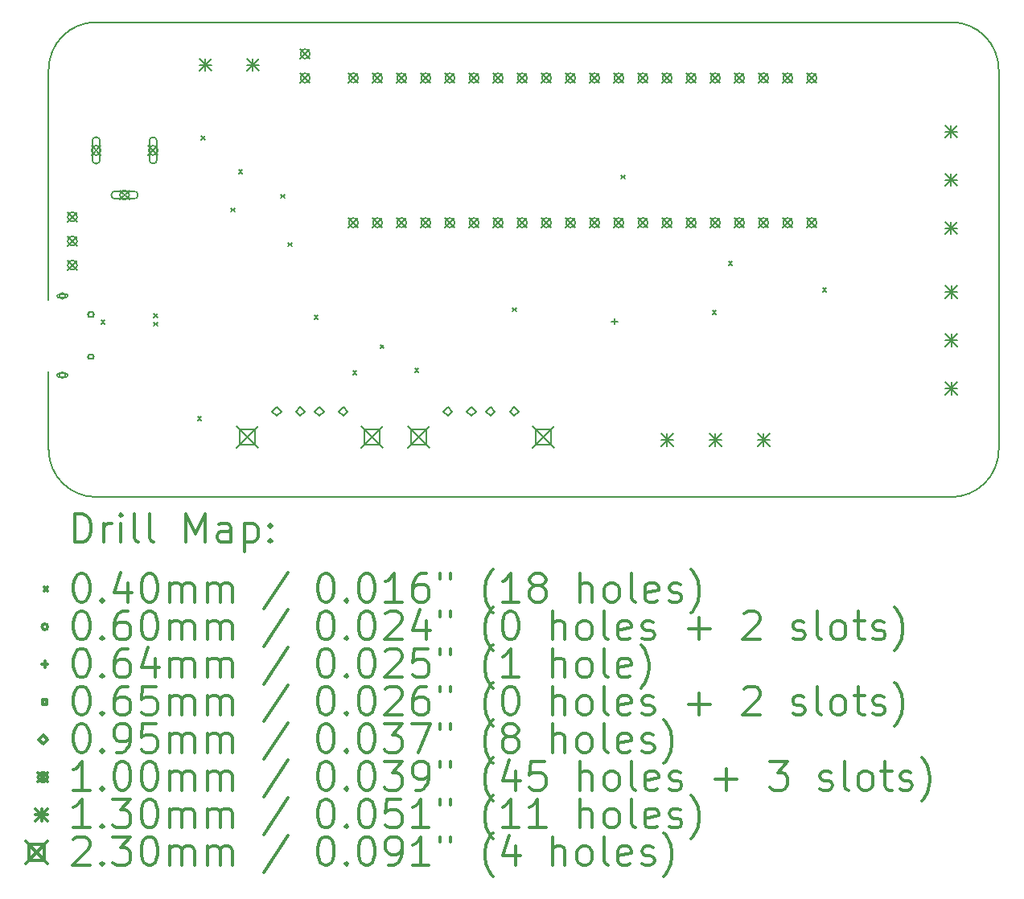
<source format=gbr>
%FSLAX45Y45*%
G04 Gerber Fmt 4.5, Leading zero omitted, Abs format (unit mm)*
G04 Created by KiCad (PCBNEW 5.1.6) date 2020-09-20 16:56:12*
%MOMM*%
%LPD*%
G01*
G04 APERTURE LIST*
%TA.AperFunction,Profile*%
%ADD10C,0.200000*%
%TD*%
%ADD11C,0.200000*%
%ADD12C,0.300000*%
G04 APERTURE END LIST*
D10*
X9999780Y-7925000D02*
X10000000Y-5500000D01*
X9999780Y-8675000D02*
X10000000Y-9500000D01*
X19500000Y-10000000D02*
X10500000Y-10000000D01*
X20000000Y-5500000D02*
X20000000Y-9500000D01*
X10500000Y-5000000D02*
X19500000Y-5000000D01*
X19500000Y-5000000D02*
G75*
G02*
X20000000Y-5500000I0J-500000D01*
G01*
X20000000Y-9500000D02*
G75*
G02*
X19500000Y-10000000I-500000J0D01*
G01*
X10500000Y-10000000D02*
G75*
G02*
X10000000Y-9500000I0J500000D01*
G01*
X10000000Y-5500000D02*
G75*
G02*
X10500000Y-5000000I500000J0D01*
G01*
D11*
X10551500Y-8138500D02*
X10591500Y-8178500D01*
X10591500Y-8138500D02*
X10551500Y-8178500D01*
X11104080Y-8071060D02*
X11144080Y-8111060D01*
X11144080Y-8071060D02*
X11104080Y-8111060D01*
X11104080Y-8159960D02*
X11144080Y-8199960D01*
X11144080Y-8159960D02*
X11104080Y-8199960D01*
X11567500Y-9154500D02*
X11607500Y-9194500D01*
X11607500Y-9154500D02*
X11567500Y-9194500D01*
X11608140Y-6200480D02*
X11648140Y-6240480D01*
X11648140Y-6200480D02*
X11608140Y-6240480D01*
X11918020Y-6957400D02*
X11958020Y-6997400D01*
X11958020Y-6957400D02*
X11918020Y-6997400D01*
X11999300Y-6553540D02*
X12039300Y-6593540D01*
X12039300Y-6553540D02*
X11999300Y-6593540D01*
X12441260Y-6812620D02*
X12481260Y-6852620D01*
X12481260Y-6812620D02*
X12441260Y-6852620D01*
X12517540Y-7320540D02*
X12557540Y-7360540D01*
X12557540Y-7320540D02*
X12517540Y-7360540D01*
X12794320Y-8087700D02*
X12834320Y-8127700D01*
X12834320Y-8087700D02*
X12794320Y-8127700D01*
X13200904Y-8669953D02*
X13240904Y-8709953D01*
X13240904Y-8669953D02*
X13200904Y-8709953D01*
X13490280Y-8395040D02*
X13530280Y-8435040D01*
X13530280Y-8395040D02*
X13490280Y-8435040D01*
X13853500Y-8646500D02*
X13893500Y-8686500D01*
X13893500Y-8646500D02*
X13853500Y-8686500D01*
X14885000Y-8006680D02*
X14925000Y-8046680D01*
X14925000Y-8006680D02*
X14885000Y-8046680D01*
X16027740Y-6609420D02*
X16067740Y-6649420D01*
X16067740Y-6609420D02*
X16027740Y-6649420D01*
X16985320Y-8036900D02*
X17025320Y-8076900D01*
X17025320Y-8036900D02*
X16985320Y-8076900D01*
X17155198Y-7521280D02*
X17195198Y-7561280D01*
X17195198Y-7521280D02*
X17155198Y-7561280D01*
X18146100Y-7800680D02*
X18186100Y-7840680D01*
X18186100Y-7800680D02*
X18146100Y-7840680D01*
X10174780Y-7882500D02*
G75*
G03*
X10174780Y-7882500I-30000J0D01*
G01*
X10179780Y-7862500D02*
X10109780Y-7862500D01*
X10179780Y-7902500D02*
X10109780Y-7902500D01*
X10109780Y-7862500D02*
G75*
G03*
X10109780Y-7902500I0J-20000D01*
G01*
X10179780Y-7902500D02*
G75*
G03*
X10179780Y-7862500I0J20000D01*
G01*
X10174780Y-8717500D02*
G75*
G03*
X10174780Y-8717500I-30000J0D01*
G01*
X10179780Y-8697500D02*
X10109780Y-8697500D01*
X10179780Y-8737500D02*
X10109780Y-8737500D01*
X10109780Y-8697500D02*
G75*
G03*
X10109780Y-8737500I0J-20000D01*
G01*
X10179780Y-8737500D02*
G75*
G03*
X10179780Y-8697500I0J20000D01*
G01*
X15956300Y-8119130D02*
X15956300Y-8182630D01*
X15924550Y-8150880D02*
X15988050Y-8150880D01*
X10467761Y-8100481D02*
X10467761Y-8054519D01*
X10421799Y-8054519D01*
X10421799Y-8100481D01*
X10467761Y-8100481D01*
X10454780Y-8055000D02*
X10434780Y-8055000D01*
X10454780Y-8100000D02*
X10434780Y-8100000D01*
X10434780Y-8055000D02*
G75*
G03*
X10434780Y-8100000I0J-22500D01*
G01*
X10454780Y-8100000D02*
G75*
G03*
X10454780Y-8055000I0J22500D01*
G01*
X10467761Y-8545481D02*
X10467761Y-8499519D01*
X10421799Y-8499519D01*
X10421799Y-8545481D01*
X10467761Y-8545481D01*
X10454780Y-8500000D02*
X10434780Y-8500000D01*
X10454780Y-8545000D02*
X10434780Y-8545000D01*
X10434780Y-8500000D02*
G75*
G03*
X10434780Y-8545000I0J-22500D01*
G01*
X10454780Y-8545000D02*
G75*
G03*
X10454780Y-8500000I0J22500D01*
G01*
X12400000Y-9147500D02*
X12447500Y-9100000D01*
X12400000Y-9052500D01*
X12352500Y-9100000D01*
X12400000Y-9147500D01*
X12650000Y-9147500D02*
X12697500Y-9100000D01*
X12650000Y-9052500D01*
X12602500Y-9100000D01*
X12650000Y-9147500D01*
X12850000Y-9147500D02*
X12897500Y-9100000D01*
X12850000Y-9052500D01*
X12802500Y-9100000D01*
X12850000Y-9147500D01*
X13100000Y-9147500D02*
X13147500Y-9100000D01*
X13100000Y-9052500D01*
X13052500Y-9100000D01*
X13100000Y-9147500D01*
X14200000Y-9147500D02*
X14247500Y-9100000D01*
X14200000Y-9052500D01*
X14152500Y-9100000D01*
X14200000Y-9147500D01*
X14450000Y-9147500D02*
X14497500Y-9100000D01*
X14450000Y-9052500D01*
X14402500Y-9100000D01*
X14450000Y-9147500D01*
X14650000Y-9147500D02*
X14697500Y-9100000D01*
X14650000Y-9052500D01*
X14602500Y-9100000D01*
X14650000Y-9147500D01*
X14900000Y-9147500D02*
X14947500Y-9100000D01*
X14900000Y-9052500D01*
X14852500Y-9100000D01*
X14900000Y-9147500D01*
X10450000Y-6300000D02*
X10550000Y-6400000D01*
X10550000Y-6300000D02*
X10450000Y-6400000D01*
X10550000Y-6350000D02*
G75*
G03*
X10550000Y-6350000I-50000J0D01*
G01*
X10460000Y-6250000D02*
X10460000Y-6450000D01*
X10540000Y-6250000D02*
X10540000Y-6450000D01*
X10460000Y-6450000D02*
G75*
G03*
X10540000Y-6450000I40000J0D01*
G01*
X10540000Y-6250000D02*
G75*
G03*
X10460000Y-6250000I-40000J0D01*
G01*
X10750000Y-6770000D02*
X10850000Y-6870000D01*
X10850000Y-6770000D02*
X10750000Y-6870000D01*
X10850000Y-6820000D02*
G75*
G03*
X10850000Y-6820000I-50000J0D01*
G01*
X10700000Y-6860000D02*
X10900000Y-6860000D01*
X10700000Y-6780000D02*
X10900000Y-6780000D01*
X10900000Y-6860000D02*
G75*
G03*
X10900000Y-6780000I0J40000D01*
G01*
X10700000Y-6780000D02*
G75*
G03*
X10700000Y-6860000I0J-40000D01*
G01*
X11050000Y-6300000D02*
X11150000Y-6400000D01*
X11150000Y-6300000D02*
X11050000Y-6400000D01*
X11150000Y-6350000D02*
G75*
G03*
X11150000Y-6350000I-50000J0D01*
G01*
X11060000Y-6250000D02*
X11060000Y-6450000D01*
X11140000Y-6250000D02*
X11140000Y-6450000D01*
X11060000Y-6450000D02*
G75*
G03*
X11140000Y-6450000I40000J0D01*
G01*
X11140000Y-6250000D02*
G75*
G03*
X11060000Y-6250000I-40000J0D01*
G01*
X13158000Y-5537238D02*
X13258000Y-5637238D01*
X13258000Y-5537238D02*
X13158000Y-5637238D01*
X13258000Y-5587238D02*
G75*
G03*
X13258000Y-5587238I-50000J0D01*
G01*
X13158000Y-7062000D02*
X13258000Y-7162000D01*
X13258000Y-7062000D02*
X13158000Y-7162000D01*
X13258000Y-7112000D02*
G75*
G03*
X13258000Y-7112000I-50000J0D01*
G01*
X13412000Y-5537238D02*
X13512000Y-5637238D01*
X13512000Y-5537238D02*
X13412000Y-5637238D01*
X13512000Y-5587238D02*
G75*
G03*
X13512000Y-5587238I-50000J0D01*
G01*
X13412000Y-7062000D02*
X13512000Y-7162000D01*
X13512000Y-7062000D02*
X13412000Y-7162000D01*
X13512000Y-7112000D02*
G75*
G03*
X13512000Y-7112000I-50000J0D01*
G01*
X13666000Y-5538000D02*
X13766000Y-5638000D01*
X13766000Y-5538000D02*
X13666000Y-5638000D01*
X13766000Y-5588000D02*
G75*
G03*
X13766000Y-5588000I-50000J0D01*
G01*
X13666000Y-7061238D02*
X13766000Y-7161238D01*
X13766000Y-7061238D02*
X13666000Y-7161238D01*
X13766000Y-7111238D02*
G75*
G03*
X13766000Y-7111238I-50000J0D01*
G01*
X13920000Y-5538000D02*
X14020000Y-5638000D01*
X14020000Y-5538000D02*
X13920000Y-5638000D01*
X14020000Y-5588000D02*
G75*
G03*
X14020000Y-5588000I-50000J0D01*
G01*
X13920000Y-7062000D02*
X14020000Y-7162000D01*
X14020000Y-7062000D02*
X13920000Y-7162000D01*
X14020000Y-7112000D02*
G75*
G03*
X14020000Y-7112000I-50000J0D01*
G01*
X14174000Y-5538000D02*
X14274000Y-5638000D01*
X14274000Y-5538000D02*
X14174000Y-5638000D01*
X14274000Y-5588000D02*
G75*
G03*
X14274000Y-5588000I-50000J0D01*
G01*
X14174000Y-7062000D02*
X14274000Y-7162000D01*
X14274000Y-7062000D02*
X14174000Y-7162000D01*
X14274000Y-7112000D02*
G75*
G03*
X14274000Y-7112000I-50000J0D01*
G01*
X14428000Y-5538000D02*
X14528000Y-5638000D01*
X14528000Y-5538000D02*
X14428000Y-5638000D01*
X14528000Y-5588000D02*
G75*
G03*
X14528000Y-5588000I-50000J0D01*
G01*
X14428000Y-7062000D02*
X14528000Y-7162000D01*
X14528000Y-7062000D02*
X14428000Y-7162000D01*
X14528000Y-7112000D02*
G75*
G03*
X14528000Y-7112000I-50000J0D01*
G01*
X14682000Y-5538000D02*
X14782000Y-5638000D01*
X14782000Y-5538000D02*
X14682000Y-5638000D01*
X14782000Y-5588000D02*
G75*
G03*
X14782000Y-5588000I-50000J0D01*
G01*
X14682000Y-7062000D02*
X14782000Y-7162000D01*
X14782000Y-7062000D02*
X14682000Y-7162000D01*
X14782000Y-7112000D02*
G75*
G03*
X14782000Y-7112000I-50000J0D01*
G01*
X14936000Y-5538000D02*
X15036000Y-5638000D01*
X15036000Y-5538000D02*
X14936000Y-5638000D01*
X15036000Y-5588000D02*
G75*
G03*
X15036000Y-5588000I-50000J0D01*
G01*
X14936000Y-7062000D02*
X15036000Y-7162000D01*
X15036000Y-7062000D02*
X14936000Y-7162000D01*
X15036000Y-7112000D02*
G75*
G03*
X15036000Y-7112000I-50000J0D01*
G01*
X15190000Y-5537238D02*
X15290000Y-5637238D01*
X15290000Y-5537238D02*
X15190000Y-5637238D01*
X15290000Y-5587238D02*
G75*
G03*
X15290000Y-5587238I-50000J0D01*
G01*
X15190000Y-7062000D02*
X15290000Y-7162000D01*
X15290000Y-7062000D02*
X15190000Y-7162000D01*
X15290000Y-7112000D02*
G75*
G03*
X15290000Y-7112000I-50000J0D01*
G01*
X15444000Y-5538000D02*
X15544000Y-5638000D01*
X15544000Y-5538000D02*
X15444000Y-5638000D01*
X15544000Y-5588000D02*
G75*
G03*
X15544000Y-5588000I-50000J0D01*
G01*
X15444000Y-7062000D02*
X15544000Y-7162000D01*
X15544000Y-7062000D02*
X15444000Y-7162000D01*
X15544000Y-7112000D02*
G75*
G03*
X15544000Y-7112000I-50000J0D01*
G01*
X15698000Y-5538000D02*
X15798000Y-5638000D01*
X15798000Y-5538000D02*
X15698000Y-5638000D01*
X15798000Y-5588000D02*
G75*
G03*
X15798000Y-5588000I-50000J0D01*
G01*
X15698000Y-7062000D02*
X15798000Y-7162000D01*
X15798000Y-7062000D02*
X15698000Y-7162000D01*
X15798000Y-7112000D02*
G75*
G03*
X15798000Y-7112000I-50000J0D01*
G01*
X15952000Y-5538000D02*
X16052000Y-5638000D01*
X16052000Y-5538000D02*
X15952000Y-5638000D01*
X16052000Y-5588000D02*
G75*
G03*
X16052000Y-5588000I-50000J0D01*
G01*
X15952000Y-7062000D02*
X16052000Y-7162000D01*
X16052000Y-7062000D02*
X15952000Y-7162000D01*
X16052000Y-7112000D02*
G75*
G03*
X16052000Y-7112000I-50000J0D01*
G01*
X16206000Y-5538000D02*
X16306000Y-5638000D01*
X16306000Y-5538000D02*
X16206000Y-5638000D01*
X16306000Y-5588000D02*
G75*
G03*
X16306000Y-5588000I-50000J0D01*
G01*
X16206000Y-7061238D02*
X16306000Y-7161238D01*
X16306000Y-7061238D02*
X16206000Y-7161238D01*
X16306000Y-7111238D02*
G75*
G03*
X16306000Y-7111238I-50000J0D01*
G01*
X16460000Y-5538000D02*
X16560000Y-5638000D01*
X16560000Y-5538000D02*
X16460000Y-5638000D01*
X16560000Y-5588000D02*
G75*
G03*
X16560000Y-5588000I-50000J0D01*
G01*
X16460000Y-7062000D02*
X16560000Y-7162000D01*
X16560000Y-7062000D02*
X16460000Y-7162000D01*
X16560000Y-7112000D02*
G75*
G03*
X16560000Y-7112000I-50000J0D01*
G01*
X16714000Y-5538000D02*
X16814000Y-5638000D01*
X16814000Y-5538000D02*
X16714000Y-5638000D01*
X16814000Y-5588000D02*
G75*
G03*
X16814000Y-5588000I-50000J0D01*
G01*
X16714000Y-7062000D02*
X16814000Y-7162000D01*
X16814000Y-7062000D02*
X16714000Y-7162000D01*
X16814000Y-7112000D02*
G75*
G03*
X16814000Y-7112000I-50000J0D01*
G01*
X16968000Y-5538000D02*
X17068000Y-5638000D01*
X17068000Y-5538000D02*
X16968000Y-5638000D01*
X17068000Y-5588000D02*
G75*
G03*
X17068000Y-5588000I-50000J0D01*
G01*
X16968000Y-7062000D02*
X17068000Y-7162000D01*
X17068000Y-7062000D02*
X16968000Y-7162000D01*
X17068000Y-7112000D02*
G75*
G03*
X17068000Y-7112000I-50000J0D01*
G01*
X17222000Y-5538000D02*
X17322000Y-5638000D01*
X17322000Y-5538000D02*
X17222000Y-5638000D01*
X17322000Y-5588000D02*
G75*
G03*
X17322000Y-5588000I-50000J0D01*
G01*
X17222000Y-7062000D02*
X17322000Y-7162000D01*
X17322000Y-7062000D02*
X17222000Y-7162000D01*
X17322000Y-7112000D02*
G75*
G03*
X17322000Y-7112000I-50000J0D01*
G01*
X17476000Y-5537238D02*
X17576000Y-5637238D01*
X17576000Y-5537238D02*
X17476000Y-5637238D01*
X17576000Y-5587238D02*
G75*
G03*
X17576000Y-5587238I-50000J0D01*
G01*
X17476000Y-7062000D02*
X17576000Y-7162000D01*
X17576000Y-7062000D02*
X17476000Y-7162000D01*
X17576000Y-7112000D02*
G75*
G03*
X17576000Y-7112000I-50000J0D01*
G01*
X17730000Y-5538000D02*
X17830000Y-5638000D01*
X17830000Y-5538000D02*
X17730000Y-5638000D01*
X17830000Y-5588000D02*
G75*
G03*
X17830000Y-5588000I-50000J0D01*
G01*
X17730000Y-7062000D02*
X17830000Y-7162000D01*
X17830000Y-7062000D02*
X17730000Y-7162000D01*
X17830000Y-7112000D02*
G75*
G03*
X17830000Y-7112000I-50000J0D01*
G01*
X17984000Y-5538000D02*
X18084000Y-5638000D01*
X18084000Y-5538000D02*
X17984000Y-5638000D01*
X18084000Y-5588000D02*
G75*
G03*
X18084000Y-5588000I-50000J0D01*
G01*
X17984000Y-7062000D02*
X18084000Y-7162000D01*
X18084000Y-7062000D02*
X17984000Y-7162000D01*
X18084000Y-7112000D02*
G75*
G03*
X18084000Y-7112000I-50000J0D01*
G01*
X12650000Y-5284000D02*
X12750000Y-5384000D01*
X12750000Y-5284000D02*
X12650000Y-5384000D01*
X12750000Y-5334000D02*
G75*
G03*
X12750000Y-5334000I-50000J0D01*
G01*
X12650000Y-5538000D02*
X12750000Y-5638000D01*
X12750000Y-5538000D02*
X12650000Y-5638000D01*
X12750000Y-5588000D02*
G75*
G03*
X12750000Y-5588000I-50000J0D01*
G01*
X10200000Y-7000000D02*
X10300000Y-7100000D01*
X10300000Y-7000000D02*
X10200000Y-7100000D01*
X10300000Y-7050000D02*
G75*
G03*
X10300000Y-7050000I-50000J0D01*
G01*
X10200000Y-7254000D02*
X10300000Y-7354000D01*
X10300000Y-7254000D02*
X10200000Y-7354000D01*
X10300000Y-7304000D02*
G75*
G03*
X10300000Y-7304000I-50000J0D01*
G01*
X10200000Y-7508000D02*
X10300000Y-7608000D01*
X10300000Y-7508000D02*
X10200000Y-7608000D01*
X10300000Y-7558000D02*
G75*
G03*
X10300000Y-7558000I-50000J0D01*
G01*
X11585000Y-5385000D02*
X11715000Y-5515000D01*
X11715000Y-5385000D02*
X11585000Y-5515000D01*
X11650000Y-5385000D02*
X11650000Y-5515000D01*
X11585000Y-5450000D02*
X11715000Y-5450000D01*
X12085000Y-5385000D02*
X12215000Y-5515000D01*
X12215000Y-5385000D02*
X12085000Y-5515000D01*
X12150000Y-5385000D02*
X12150000Y-5515000D01*
X12085000Y-5450000D02*
X12215000Y-5450000D01*
X16445000Y-9333000D02*
X16575000Y-9463000D01*
X16575000Y-9333000D02*
X16445000Y-9463000D01*
X16510000Y-9333000D02*
X16510000Y-9463000D01*
X16445000Y-9398000D02*
X16575000Y-9398000D01*
X16953000Y-9333000D02*
X17083000Y-9463000D01*
X17083000Y-9333000D02*
X16953000Y-9463000D01*
X17018000Y-9333000D02*
X17018000Y-9463000D01*
X16953000Y-9398000D02*
X17083000Y-9398000D01*
X17461000Y-9333000D02*
X17591000Y-9463000D01*
X17591000Y-9333000D02*
X17461000Y-9463000D01*
X17526000Y-9333000D02*
X17526000Y-9463000D01*
X17461000Y-9398000D02*
X17591000Y-9398000D01*
X19434600Y-6086900D02*
X19564600Y-6216900D01*
X19564600Y-6086900D02*
X19434600Y-6216900D01*
X19499600Y-6086900D02*
X19499600Y-6216900D01*
X19434600Y-6151900D02*
X19564600Y-6151900D01*
X19434600Y-6594900D02*
X19564600Y-6724900D01*
X19564600Y-6594900D02*
X19434600Y-6724900D01*
X19499600Y-6594900D02*
X19499600Y-6724900D01*
X19434600Y-6659900D02*
X19564600Y-6659900D01*
X19434600Y-7102900D02*
X19564600Y-7232900D01*
X19564600Y-7102900D02*
X19434600Y-7232900D01*
X19499600Y-7102900D02*
X19499600Y-7232900D01*
X19434600Y-7167900D02*
X19564600Y-7167900D01*
X19435000Y-7776000D02*
X19565000Y-7906000D01*
X19565000Y-7776000D02*
X19435000Y-7906000D01*
X19500000Y-7776000D02*
X19500000Y-7906000D01*
X19435000Y-7841000D02*
X19565000Y-7841000D01*
X19435000Y-8284000D02*
X19565000Y-8414000D01*
X19565000Y-8284000D02*
X19435000Y-8414000D01*
X19500000Y-8284000D02*
X19500000Y-8414000D01*
X19435000Y-8349000D02*
X19565000Y-8349000D01*
X19435000Y-8792000D02*
X19565000Y-8922000D01*
X19565000Y-8792000D02*
X19435000Y-8922000D01*
X19500000Y-8792000D02*
X19500000Y-8922000D01*
X19435000Y-8857000D02*
X19565000Y-8857000D01*
X11978000Y-9256000D02*
X12208000Y-9486000D01*
X12208000Y-9256000D02*
X11978000Y-9486000D01*
X12174318Y-9452318D02*
X12174318Y-9289682D01*
X12011682Y-9289682D01*
X12011682Y-9452318D01*
X12174318Y-9452318D01*
X13292000Y-9256000D02*
X13522000Y-9486000D01*
X13522000Y-9256000D02*
X13292000Y-9486000D01*
X13488318Y-9452318D02*
X13488318Y-9289682D01*
X13325682Y-9289682D01*
X13325682Y-9452318D01*
X13488318Y-9452318D01*
X13778000Y-9256000D02*
X14008000Y-9486000D01*
X14008000Y-9256000D02*
X13778000Y-9486000D01*
X13974318Y-9452318D02*
X13974318Y-9289682D01*
X13811682Y-9289682D01*
X13811682Y-9452318D01*
X13974318Y-9452318D01*
X15092000Y-9256000D02*
X15322000Y-9486000D01*
X15322000Y-9256000D02*
X15092000Y-9486000D01*
X15288318Y-9452318D02*
X15288318Y-9289682D01*
X15125682Y-9289682D01*
X15125682Y-9452318D01*
X15288318Y-9452318D01*
D12*
X10276208Y-10475714D02*
X10276208Y-10175714D01*
X10347637Y-10175714D01*
X10390494Y-10190000D01*
X10419066Y-10218572D01*
X10433351Y-10247143D01*
X10447637Y-10304286D01*
X10447637Y-10347143D01*
X10433351Y-10404286D01*
X10419066Y-10432857D01*
X10390494Y-10461429D01*
X10347637Y-10475714D01*
X10276208Y-10475714D01*
X10576208Y-10475714D02*
X10576208Y-10275714D01*
X10576208Y-10332857D02*
X10590494Y-10304286D01*
X10604780Y-10290000D01*
X10633351Y-10275714D01*
X10661923Y-10275714D01*
X10761923Y-10475714D02*
X10761923Y-10275714D01*
X10761923Y-10175714D02*
X10747637Y-10190000D01*
X10761923Y-10204286D01*
X10776208Y-10190000D01*
X10761923Y-10175714D01*
X10761923Y-10204286D01*
X10947637Y-10475714D02*
X10919066Y-10461429D01*
X10904780Y-10432857D01*
X10904780Y-10175714D01*
X11104780Y-10475714D02*
X11076208Y-10461429D01*
X11061923Y-10432857D01*
X11061923Y-10175714D01*
X11447637Y-10475714D02*
X11447637Y-10175714D01*
X11547637Y-10390000D01*
X11647637Y-10175714D01*
X11647637Y-10475714D01*
X11919066Y-10475714D02*
X11919066Y-10318572D01*
X11904780Y-10290000D01*
X11876208Y-10275714D01*
X11819066Y-10275714D01*
X11790494Y-10290000D01*
X11919066Y-10461429D02*
X11890494Y-10475714D01*
X11819066Y-10475714D01*
X11790494Y-10461429D01*
X11776208Y-10432857D01*
X11776208Y-10404286D01*
X11790494Y-10375714D01*
X11819066Y-10361429D01*
X11890494Y-10361429D01*
X11919066Y-10347143D01*
X12061923Y-10275714D02*
X12061923Y-10575714D01*
X12061923Y-10290000D02*
X12090494Y-10275714D01*
X12147637Y-10275714D01*
X12176208Y-10290000D01*
X12190494Y-10304286D01*
X12204780Y-10332857D01*
X12204780Y-10418572D01*
X12190494Y-10447143D01*
X12176208Y-10461429D01*
X12147637Y-10475714D01*
X12090494Y-10475714D01*
X12061923Y-10461429D01*
X12333351Y-10447143D02*
X12347637Y-10461429D01*
X12333351Y-10475714D01*
X12319066Y-10461429D01*
X12333351Y-10447143D01*
X12333351Y-10475714D01*
X12333351Y-10290000D02*
X12347637Y-10304286D01*
X12333351Y-10318572D01*
X12319066Y-10304286D01*
X12333351Y-10290000D01*
X12333351Y-10318572D01*
X9949780Y-10950000D02*
X9989780Y-10990000D01*
X9989780Y-10950000D02*
X9949780Y-10990000D01*
X10333351Y-10805714D02*
X10361923Y-10805714D01*
X10390494Y-10820000D01*
X10404780Y-10834286D01*
X10419066Y-10862857D01*
X10433351Y-10920000D01*
X10433351Y-10991429D01*
X10419066Y-11048572D01*
X10404780Y-11077143D01*
X10390494Y-11091429D01*
X10361923Y-11105714D01*
X10333351Y-11105714D01*
X10304780Y-11091429D01*
X10290494Y-11077143D01*
X10276208Y-11048572D01*
X10261923Y-10991429D01*
X10261923Y-10920000D01*
X10276208Y-10862857D01*
X10290494Y-10834286D01*
X10304780Y-10820000D01*
X10333351Y-10805714D01*
X10561923Y-11077143D02*
X10576208Y-11091429D01*
X10561923Y-11105714D01*
X10547637Y-11091429D01*
X10561923Y-11077143D01*
X10561923Y-11105714D01*
X10833351Y-10905714D02*
X10833351Y-11105714D01*
X10761923Y-10791429D02*
X10690494Y-11005714D01*
X10876208Y-11005714D01*
X11047637Y-10805714D02*
X11076208Y-10805714D01*
X11104780Y-10820000D01*
X11119066Y-10834286D01*
X11133351Y-10862857D01*
X11147637Y-10920000D01*
X11147637Y-10991429D01*
X11133351Y-11048572D01*
X11119066Y-11077143D01*
X11104780Y-11091429D01*
X11076208Y-11105714D01*
X11047637Y-11105714D01*
X11019066Y-11091429D01*
X11004780Y-11077143D01*
X10990494Y-11048572D01*
X10976208Y-10991429D01*
X10976208Y-10920000D01*
X10990494Y-10862857D01*
X11004780Y-10834286D01*
X11019066Y-10820000D01*
X11047637Y-10805714D01*
X11276208Y-11105714D02*
X11276208Y-10905714D01*
X11276208Y-10934286D02*
X11290494Y-10920000D01*
X11319066Y-10905714D01*
X11361923Y-10905714D01*
X11390494Y-10920000D01*
X11404780Y-10948572D01*
X11404780Y-11105714D01*
X11404780Y-10948572D02*
X11419066Y-10920000D01*
X11447637Y-10905714D01*
X11490494Y-10905714D01*
X11519066Y-10920000D01*
X11533351Y-10948572D01*
X11533351Y-11105714D01*
X11676208Y-11105714D02*
X11676208Y-10905714D01*
X11676208Y-10934286D02*
X11690494Y-10920000D01*
X11719066Y-10905714D01*
X11761923Y-10905714D01*
X11790494Y-10920000D01*
X11804780Y-10948572D01*
X11804780Y-11105714D01*
X11804780Y-10948572D02*
X11819066Y-10920000D01*
X11847637Y-10905714D01*
X11890494Y-10905714D01*
X11919066Y-10920000D01*
X11933351Y-10948572D01*
X11933351Y-11105714D01*
X12519066Y-10791429D02*
X12261923Y-11177143D01*
X12904780Y-10805714D02*
X12933351Y-10805714D01*
X12961923Y-10820000D01*
X12976208Y-10834286D01*
X12990494Y-10862857D01*
X13004780Y-10920000D01*
X13004780Y-10991429D01*
X12990494Y-11048572D01*
X12976208Y-11077143D01*
X12961923Y-11091429D01*
X12933351Y-11105714D01*
X12904780Y-11105714D01*
X12876208Y-11091429D01*
X12861923Y-11077143D01*
X12847637Y-11048572D01*
X12833351Y-10991429D01*
X12833351Y-10920000D01*
X12847637Y-10862857D01*
X12861923Y-10834286D01*
X12876208Y-10820000D01*
X12904780Y-10805714D01*
X13133351Y-11077143D02*
X13147637Y-11091429D01*
X13133351Y-11105714D01*
X13119066Y-11091429D01*
X13133351Y-11077143D01*
X13133351Y-11105714D01*
X13333351Y-10805714D02*
X13361923Y-10805714D01*
X13390494Y-10820000D01*
X13404780Y-10834286D01*
X13419066Y-10862857D01*
X13433351Y-10920000D01*
X13433351Y-10991429D01*
X13419066Y-11048572D01*
X13404780Y-11077143D01*
X13390494Y-11091429D01*
X13361923Y-11105714D01*
X13333351Y-11105714D01*
X13304780Y-11091429D01*
X13290494Y-11077143D01*
X13276208Y-11048572D01*
X13261923Y-10991429D01*
X13261923Y-10920000D01*
X13276208Y-10862857D01*
X13290494Y-10834286D01*
X13304780Y-10820000D01*
X13333351Y-10805714D01*
X13719066Y-11105714D02*
X13547637Y-11105714D01*
X13633351Y-11105714D02*
X13633351Y-10805714D01*
X13604780Y-10848572D01*
X13576208Y-10877143D01*
X13547637Y-10891429D01*
X13976208Y-10805714D02*
X13919066Y-10805714D01*
X13890494Y-10820000D01*
X13876208Y-10834286D01*
X13847637Y-10877143D01*
X13833351Y-10934286D01*
X13833351Y-11048572D01*
X13847637Y-11077143D01*
X13861923Y-11091429D01*
X13890494Y-11105714D01*
X13947637Y-11105714D01*
X13976208Y-11091429D01*
X13990494Y-11077143D01*
X14004780Y-11048572D01*
X14004780Y-10977143D01*
X13990494Y-10948572D01*
X13976208Y-10934286D01*
X13947637Y-10920000D01*
X13890494Y-10920000D01*
X13861923Y-10934286D01*
X13847637Y-10948572D01*
X13833351Y-10977143D01*
X14119066Y-10805714D02*
X14119066Y-10862857D01*
X14233351Y-10805714D02*
X14233351Y-10862857D01*
X14676208Y-11220000D02*
X14661923Y-11205714D01*
X14633351Y-11162857D01*
X14619066Y-11134286D01*
X14604780Y-11091429D01*
X14590494Y-11020000D01*
X14590494Y-10962857D01*
X14604780Y-10891429D01*
X14619066Y-10848572D01*
X14633351Y-10820000D01*
X14661923Y-10777143D01*
X14676208Y-10762857D01*
X14947637Y-11105714D02*
X14776208Y-11105714D01*
X14861923Y-11105714D02*
X14861923Y-10805714D01*
X14833351Y-10848572D01*
X14804780Y-10877143D01*
X14776208Y-10891429D01*
X15119066Y-10934286D02*
X15090494Y-10920000D01*
X15076208Y-10905714D01*
X15061923Y-10877143D01*
X15061923Y-10862857D01*
X15076208Y-10834286D01*
X15090494Y-10820000D01*
X15119066Y-10805714D01*
X15176208Y-10805714D01*
X15204780Y-10820000D01*
X15219066Y-10834286D01*
X15233351Y-10862857D01*
X15233351Y-10877143D01*
X15219066Y-10905714D01*
X15204780Y-10920000D01*
X15176208Y-10934286D01*
X15119066Y-10934286D01*
X15090494Y-10948572D01*
X15076208Y-10962857D01*
X15061923Y-10991429D01*
X15061923Y-11048572D01*
X15076208Y-11077143D01*
X15090494Y-11091429D01*
X15119066Y-11105714D01*
X15176208Y-11105714D01*
X15204780Y-11091429D01*
X15219066Y-11077143D01*
X15233351Y-11048572D01*
X15233351Y-10991429D01*
X15219066Y-10962857D01*
X15204780Y-10948572D01*
X15176208Y-10934286D01*
X15590494Y-11105714D02*
X15590494Y-10805714D01*
X15719066Y-11105714D02*
X15719066Y-10948572D01*
X15704780Y-10920000D01*
X15676208Y-10905714D01*
X15633351Y-10905714D01*
X15604780Y-10920000D01*
X15590494Y-10934286D01*
X15904780Y-11105714D02*
X15876208Y-11091429D01*
X15861923Y-11077143D01*
X15847637Y-11048572D01*
X15847637Y-10962857D01*
X15861923Y-10934286D01*
X15876208Y-10920000D01*
X15904780Y-10905714D01*
X15947637Y-10905714D01*
X15976208Y-10920000D01*
X15990494Y-10934286D01*
X16004780Y-10962857D01*
X16004780Y-11048572D01*
X15990494Y-11077143D01*
X15976208Y-11091429D01*
X15947637Y-11105714D01*
X15904780Y-11105714D01*
X16176208Y-11105714D02*
X16147637Y-11091429D01*
X16133351Y-11062857D01*
X16133351Y-10805714D01*
X16404780Y-11091429D02*
X16376208Y-11105714D01*
X16319066Y-11105714D01*
X16290494Y-11091429D01*
X16276208Y-11062857D01*
X16276208Y-10948572D01*
X16290494Y-10920000D01*
X16319066Y-10905714D01*
X16376208Y-10905714D01*
X16404780Y-10920000D01*
X16419066Y-10948572D01*
X16419066Y-10977143D01*
X16276208Y-11005714D01*
X16533351Y-11091429D02*
X16561923Y-11105714D01*
X16619066Y-11105714D01*
X16647637Y-11091429D01*
X16661923Y-11062857D01*
X16661923Y-11048572D01*
X16647637Y-11020000D01*
X16619066Y-11005714D01*
X16576208Y-11005714D01*
X16547637Y-10991429D01*
X16533351Y-10962857D01*
X16533351Y-10948572D01*
X16547637Y-10920000D01*
X16576208Y-10905714D01*
X16619066Y-10905714D01*
X16647637Y-10920000D01*
X16761923Y-11220000D02*
X16776208Y-11205714D01*
X16804780Y-11162857D01*
X16819066Y-11134286D01*
X16833351Y-11091429D01*
X16847637Y-11020000D01*
X16847637Y-10962857D01*
X16833351Y-10891429D01*
X16819066Y-10848572D01*
X16804780Y-10820000D01*
X16776208Y-10777143D01*
X16761923Y-10762857D01*
X9989780Y-11366000D02*
G75*
G03*
X9989780Y-11366000I-30000J0D01*
G01*
X10333351Y-11201714D02*
X10361923Y-11201714D01*
X10390494Y-11216000D01*
X10404780Y-11230286D01*
X10419066Y-11258857D01*
X10433351Y-11316000D01*
X10433351Y-11387429D01*
X10419066Y-11444571D01*
X10404780Y-11473143D01*
X10390494Y-11487429D01*
X10361923Y-11501714D01*
X10333351Y-11501714D01*
X10304780Y-11487429D01*
X10290494Y-11473143D01*
X10276208Y-11444571D01*
X10261923Y-11387429D01*
X10261923Y-11316000D01*
X10276208Y-11258857D01*
X10290494Y-11230286D01*
X10304780Y-11216000D01*
X10333351Y-11201714D01*
X10561923Y-11473143D02*
X10576208Y-11487429D01*
X10561923Y-11501714D01*
X10547637Y-11487429D01*
X10561923Y-11473143D01*
X10561923Y-11501714D01*
X10833351Y-11201714D02*
X10776208Y-11201714D01*
X10747637Y-11216000D01*
X10733351Y-11230286D01*
X10704780Y-11273143D01*
X10690494Y-11330286D01*
X10690494Y-11444571D01*
X10704780Y-11473143D01*
X10719066Y-11487429D01*
X10747637Y-11501714D01*
X10804780Y-11501714D01*
X10833351Y-11487429D01*
X10847637Y-11473143D01*
X10861923Y-11444571D01*
X10861923Y-11373143D01*
X10847637Y-11344571D01*
X10833351Y-11330286D01*
X10804780Y-11316000D01*
X10747637Y-11316000D01*
X10719066Y-11330286D01*
X10704780Y-11344571D01*
X10690494Y-11373143D01*
X11047637Y-11201714D02*
X11076208Y-11201714D01*
X11104780Y-11216000D01*
X11119066Y-11230286D01*
X11133351Y-11258857D01*
X11147637Y-11316000D01*
X11147637Y-11387429D01*
X11133351Y-11444571D01*
X11119066Y-11473143D01*
X11104780Y-11487429D01*
X11076208Y-11501714D01*
X11047637Y-11501714D01*
X11019066Y-11487429D01*
X11004780Y-11473143D01*
X10990494Y-11444571D01*
X10976208Y-11387429D01*
X10976208Y-11316000D01*
X10990494Y-11258857D01*
X11004780Y-11230286D01*
X11019066Y-11216000D01*
X11047637Y-11201714D01*
X11276208Y-11501714D02*
X11276208Y-11301714D01*
X11276208Y-11330286D02*
X11290494Y-11316000D01*
X11319066Y-11301714D01*
X11361923Y-11301714D01*
X11390494Y-11316000D01*
X11404780Y-11344571D01*
X11404780Y-11501714D01*
X11404780Y-11344571D02*
X11419066Y-11316000D01*
X11447637Y-11301714D01*
X11490494Y-11301714D01*
X11519066Y-11316000D01*
X11533351Y-11344571D01*
X11533351Y-11501714D01*
X11676208Y-11501714D02*
X11676208Y-11301714D01*
X11676208Y-11330286D02*
X11690494Y-11316000D01*
X11719066Y-11301714D01*
X11761923Y-11301714D01*
X11790494Y-11316000D01*
X11804780Y-11344571D01*
X11804780Y-11501714D01*
X11804780Y-11344571D02*
X11819066Y-11316000D01*
X11847637Y-11301714D01*
X11890494Y-11301714D01*
X11919066Y-11316000D01*
X11933351Y-11344571D01*
X11933351Y-11501714D01*
X12519066Y-11187429D02*
X12261923Y-11573143D01*
X12904780Y-11201714D02*
X12933351Y-11201714D01*
X12961923Y-11216000D01*
X12976208Y-11230286D01*
X12990494Y-11258857D01*
X13004780Y-11316000D01*
X13004780Y-11387429D01*
X12990494Y-11444571D01*
X12976208Y-11473143D01*
X12961923Y-11487429D01*
X12933351Y-11501714D01*
X12904780Y-11501714D01*
X12876208Y-11487429D01*
X12861923Y-11473143D01*
X12847637Y-11444571D01*
X12833351Y-11387429D01*
X12833351Y-11316000D01*
X12847637Y-11258857D01*
X12861923Y-11230286D01*
X12876208Y-11216000D01*
X12904780Y-11201714D01*
X13133351Y-11473143D02*
X13147637Y-11487429D01*
X13133351Y-11501714D01*
X13119066Y-11487429D01*
X13133351Y-11473143D01*
X13133351Y-11501714D01*
X13333351Y-11201714D02*
X13361923Y-11201714D01*
X13390494Y-11216000D01*
X13404780Y-11230286D01*
X13419066Y-11258857D01*
X13433351Y-11316000D01*
X13433351Y-11387429D01*
X13419066Y-11444571D01*
X13404780Y-11473143D01*
X13390494Y-11487429D01*
X13361923Y-11501714D01*
X13333351Y-11501714D01*
X13304780Y-11487429D01*
X13290494Y-11473143D01*
X13276208Y-11444571D01*
X13261923Y-11387429D01*
X13261923Y-11316000D01*
X13276208Y-11258857D01*
X13290494Y-11230286D01*
X13304780Y-11216000D01*
X13333351Y-11201714D01*
X13547637Y-11230286D02*
X13561923Y-11216000D01*
X13590494Y-11201714D01*
X13661923Y-11201714D01*
X13690494Y-11216000D01*
X13704780Y-11230286D01*
X13719066Y-11258857D01*
X13719066Y-11287429D01*
X13704780Y-11330286D01*
X13533351Y-11501714D01*
X13719066Y-11501714D01*
X13976208Y-11301714D02*
X13976208Y-11501714D01*
X13904780Y-11187429D02*
X13833351Y-11401714D01*
X14019066Y-11401714D01*
X14119066Y-11201714D02*
X14119066Y-11258857D01*
X14233351Y-11201714D02*
X14233351Y-11258857D01*
X14676208Y-11616000D02*
X14661923Y-11601714D01*
X14633351Y-11558857D01*
X14619066Y-11530286D01*
X14604780Y-11487429D01*
X14590494Y-11416000D01*
X14590494Y-11358857D01*
X14604780Y-11287429D01*
X14619066Y-11244571D01*
X14633351Y-11216000D01*
X14661923Y-11173143D01*
X14676208Y-11158857D01*
X14847637Y-11201714D02*
X14876208Y-11201714D01*
X14904780Y-11216000D01*
X14919066Y-11230286D01*
X14933351Y-11258857D01*
X14947637Y-11316000D01*
X14947637Y-11387429D01*
X14933351Y-11444571D01*
X14919066Y-11473143D01*
X14904780Y-11487429D01*
X14876208Y-11501714D01*
X14847637Y-11501714D01*
X14819066Y-11487429D01*
X14804780Y-11473143D01*
X14790494Y-11444571D01*
X14776208Y-11387429D01*
X14776208Y-11316000D01*
X14790494Y-11258857D01*
X14804780Y-11230286D01*
X14819066Y-11216000D01*
X14847637Y-11201714D01*
X15304780Y-11501714D02*
X15304780Y-11201714D01*
X15433351Y-11501714D02*
X15433351Y-11344571D01*
X15419066Y-11316000D01*
X15390494Y-11301714D01*
X15347637Y-11301714D01*
X15319066Y-11316000D01*
X15304780Y-11330286D01*
X15619066Y-11501714D02*
X15590494Y-11487429D01*
X15576208Y-11473143D01*
X15561923Y-11444571D01*
X15561923Y-11358857D01*
X15576208Y-11330286D01*
X15590494Y-11316000D01*
X15619066Y-11301714D01*
X15661923Y-11301714D01*
X15690494Y-11316000D01*
X15704780Y-11330286D01*
X15719066Y-11358857D01*
X15719066Y-11444571D01*
X15704780Y-11473143D01*
X15690494Y-11487429D01*
X15661923Y-11501714D01*
X15619066Y-11501714D01*
X15890494Y-11501714D02*
X15861923Y-11487429D01*
X15847637Y-11458857D01*
X15847637Y-11201714D01*
X16119066Y-11487429D02*
X16090494Y-11501714D01*
X16033351Y-11501714D01*
X16004780Y-11487429D01*
X15990494Y-11458857D01*
X15990494Y-11344571D01*
X16004780Y-11316000D01*
X16033351Y-11301714D01*
X16090494Y-11301714D01*
X16119066Y-11316000D01*
X16133351Y-11344571D01*
X16133351Y-11373143D01*
X15990494Y-11401714D01*
X16247637Y-11487429D02*
X16276208Y-11501714D01*
X16333351Y-11501714D01*
X16361923Y-11487429D01*
X16376208Y-11458857D01*
X16376208Y-11444571D01*
X16361923Y-11416000D01*
X16333351Y-11401714D01*
X16290494Y-11401714D01*
X16261923Y-11387429D01*
X16247637Y-11358857D01*
X16247637Y-11344571D01*
X16261923Y-11316000D01*
X16290494Y-11301714D01*
X16333351Y-11301714D01*
X16361923Y-11316000D01*
X16733351Y-11387429D02*
X16961923Y-11387429D01*
X16847637Y-11501714D02*
X16847637Y-11273143D01*
X17319066Y-11230286D02*
X17333351Y-11216000D01*
X17361923Y-11201714D01*
X17433351Y-11201714D01*
X17461923Y-11216000D01*
X17476208Y-11230286D01*
X17490494Y-11258857D01*
X17490494Y-11287429D01*
X17476208Y-11330286D01*
X17304780Y-11501714D01*
X17490494Y-11501714D01*
X17833351Y-11487429D02*
X17861923Y-11501714D01*
X17919066Y-11501714D01*
X17947637Y-11487429D01*
X17961923Y-11458857D01*
X17961923Y-11444571D01*
X17947637Y-11416000D01*
X17919066Y-11401714D01*
X17876208Y-11401714D01*
X17847637Y-11387429D01*
X17833351Y-11358857D01*
X17833351Y-11344571D01*
X17847637Y-11316000D01*
X17876208Y-11301714D01*
X17919066Y-11301714D01*
X17947637Y-11316000D01*
X18133351Y-11501714D02*
X18104780Y-11487429D01*
X18090494Y-11458857D01*
X18090494Y-11201714D01*
X18290494Y-11501714D02*
X18261923Y-11487429D01*
X18247637Y-11473143D01*
X18233351Y-11444571D01*
X18233351Y-11358857D01*
X18247637Y-11330286D01*
X18261923Y-11316000D01*
X18290494Y-11301714D01*
X18333351Y-11301714D01*
X18361923Y-11316000D01*
X18376208Y-11330286D01*
X18390494Y-11358857D01*
X18390494Y-11444571D01*
X18376208Y-11473143D01*
X18361923Y-11487429D01*
X18333351Y-11501714D01*
X18290494Y-11501714D01*
X18476208Y-11301714D02*
X18590494Y-11301714D01*
X18519066Y-11201714D02*
X18519066Y-11458857D01*
X18533351Y-11487429D01*
X18561923Y-11501714D01*
X18590494Y-11501714D01*
X18676208Y-11487429D02*
X18704780Y-11501714D01*
X18761923Y-11501714D01*
X18790494Y-11487429D01*
X18804780Y-11458857D01*
X18804780Y-11444571D01*
X18790494Y-11416000D01*
X18761923Y-11401714D01*
X18719066Y-11401714D01*
X18690494Y-11387429D01*
X18676208Y-11358857D01*
X18676208Y-11344571D01*
X18690494Y-11316000D01*
X18719066Y-11301714D01*
X18761923Y-11301714D01*
X18790494Y-11316000D01*
X18904780Y-11616000D02*
X18919066Y-11601714D01*
X18947637Y-11558857D01*
X18961923Y-11530286D01*
X18976208Y-11487429D01*
X18990494Y-11416000D01*
X18990494Y-11358857D01*
X18976208Y-11287429D01*
X18961923Y-11244571D01*
X18947637Y-11216000D01*
X18919066Y-11173143D01*
X18904780Y-11158857D01*
X9958030Y-11730250D02*
X9958030Y-11793750D01*
X9926280Y-11762000D02*
X9989780Y-11762000D01*
X10333351Y-11597714D02*
X10361923Y-11597714D01*
X10390494Y-11612000D01*
X10404780Y-11626286D01*
X10419066Y-11654857D01*
X10433351Y-11712000D01*
X10433351Y-11783429D01*
X10419066Y-11840571D01*
X10404780Y-11869143D01*
X10390494Y-11883429D01*
X10361923Y-11897714D01*
X10333351Y-11897714D01*
X10304780Y-11883429D01*
X10290494Y-11869143D01*
X10276208Y-11840571D01*
X10261923Y-11783429D01*
X10261923Y-11712000D01*
X10276208Y-11654857D01*
X10290494Y-11626286D01*
X10304780Y-11612000D01*
X10333351Y-11597714D01*
X10561923Y-11869143D02*
X10576208Y-11883429D01*
X10561923Y-11897714D01*
X10547637Y-11883429D01*
X10561923Y-11869143D01*
X10561923Y-11897714D01*
X10833351Y-11597714D02*
X10776208Y-11597714D01*
X10747637Y-11612000D01*
X10733351Y-11626286D01*
X10704780Y-11669143D01*
X10690494Y-11726286D01*
X10690494Y-11840571D01*
X10704780Y-11869143D01*
X10719066Y-11883429D01*
X10747637Y-11897714D01*
X10804780Y-11897714D01*
X10833351Y-11883429D01*
X10847637Y-11869143D01*
X10861923Y-11840571D01*
X10861923Y-11769143D01*
X10847637Y-11740571D01*
X10833351Y-11726286D01*
X10804780Y-11712000D01*
X10747637Y-11712000D01*
X10719066Y-11726286D01*
X10704780Y-11740571D01*
X10690494Y-11769143D01*
X11119066Y-11697714D02*
X11119066Y-11897714D01*
X11047637Y-11583429D02*
X10976208Y-11797714D01*
X11161923Y-11797714D01*
X11276208Y-11897714D02*
X11276208Y-11697714D01*
X11276208Y-11726286D02*
X11290494Y-11712000D01*
X11319066Y-11697714D01*
X11361923Y-11697714D01*
X11390494Y-11712000D01*
X11404780Y-11740571D01*
X11404780Y-11897714D01*
X11404780Y-11740571D02*
X11419066Y-11712000D01*
X11447637Y-11697714D01*
X11490494Y-11697714D01*
X11519066Y-11712000D01*
X11533351Y-11740571D01*
X11533351Y-11897714D01*
X11676208Y-11897714D02*
X11676208Y-11697714D01*
X11676208Y-11726286D02*
X11690494Y-11712000D01*
X11719066Y-11697714D01*
X11761923Y-11697714D01*
X11790494Y-11712000D01*
X11804780Y-11740571D01*
X11804780Y-11897714D01*
X11804780Y-11740571D02*
X11819066Y-11712000D01*
X11847637Y-11697714D01*
X11890494Y-11697714D01*
X11919066Y-11712000D01*
X11933351Y-11740571D01*
X11933351Y-11897714D01*
X12519066Y-11583429D02*
X12261923Y-11969143D01*
X12904780Y-11597714D02*
X12933351Y-11597714D01*
X12961923Y-11612000D01*
X12976208Y-11626286D01*
X12990494Y-11654857D01*
X13004780Y-11712000D01*
X13004780Y-11783429D01*
X12990494Y-11840571D01*
X12976208Y-11869143D01*
X12961923Y-11883429D01*
X12933351Y-11897714D01*
X12904780Y-11897714D01*
X12876208Y-11883429D01*
X12861923Y-11869143D01*
X12847637Y-11840571D01*
X12833351Y-11783429D01*
X12833351Y-11712000D01*
X12847637Y-11654857D01*
X12861923Y-11626286D01*
X12876208Y-11612000D01*
X12904780Y-11597714D01*
X13133351Y-11869143D02*
X13147637Y-11883429D01*
X13133351Y-11897714D01*
X13119066Y-11883429D01*
X13133351Y-11869143D01*
X13133351Y-11897714D01*
X13333351Y-11597714D02*
X13361923Y-11597714D01*
X13390494Y-11612000D01*
X13404780Y-11626286D01*
X13419066Y-11654857D01*
X13433351Y-11712000D01*
X13433351Y-11783429D01*
X13419066Y-11840571D01*
X13404780Y-11869143D01*
X13390494Y-11883429D01*
X13361923Y-11897714D01*
X13333351Y-11897714D01*
X13304780Y-11883429D01*
X13290494Y-11869143D01*
X13276208Y-11840571D01*
X13261923Y-11783429D01*
X13261923Y-11712000D01*
X13276208Y-11654857D01*
X13290494Y-11626286D01*
X13304780Y-11612000D01*
X13333351Y-11597714D01*
X13547637Y-11626286D02*
X13561923Y-11612000D01*
X13590494Y-11597714D01*
X13661923Y-11597714D01*
X13690494Y-11612000D01*
X13704780Y-11626286D01*
X13719066Y-11654857D01*
X13719066Y-11683429D01*
X13704780Y-11726286D01*
X13533351Y-11897714D01*
X13719066Y-11897714D01*
X13990494Y-11597714D02*
X13847637Y-11597714D01*
X13833351Y-11740571D01*
X13847637Y-11726286D01*
X13876208Y-11712000D01*
X13947637Y-11712000D01*
X13976208Y-11726286D01*
X13990494Y-11740571D01*
X14004780Y-11769143D01*
X14004780Y-11840571D01*
X13990494Y-11869143D01*
X13976208Y-11883429D01*
X13947637Y-11897714D01*
X13876208Y-11897714D01*
X13847637Y-11883429D01*
X13833351Y-11869143D01*
X14119066Y-11597714D02*
X14119066Y-11654857D01*
X14233351Y-11597714D02*
X14233351Y-11654857D01*
X14676208Y-12012000D02*
X14661923Y-11997714D01*
X14633351Y-11954857D01*
X14619066Y-11926286D01*
X14604780Y-11883429D01*
X14590494Y-11812000D01*
X14590494Y-11754857D01*
X14604780Y-11683429D01*
X14619066Y-11640571D01*
X14633351Y-11612000D01*
X14661923Y-11569143D01*
X14676208Y-11554857D01*
X14947637Y-11897714D02*
X14776208Y-11897714D01*
X14861923Y-11897714D02*
X14861923Y-11597714D01*
X14833351Y-11640571D01*
X14804780Y-11669143D01*
X14776208Y-11683429D01*
X15304780Y-11897714D02*
X15304780Y-11597714D01*
X15433351Y-11897714D02*
X15433351Y-11740571D01*
X15419066Y-11712000D01*
X15390494Y-11697714D01*
X15347637Y-11697714D01*
X15319066Y-11712000D01*
X15304780Y-11726286D01*
X15619066Y-11897714D02*
X15590494Y-11883429D01*
X15576208Y-11869143D01*
X15561923Y-11840571D01*
X15561923Y-11754857D01*
X15576208Y-11726286D01*
X15590494Y-11712000D01*
X15619066Y-11697714D01*
X15661923Y-11697714D01*
X15690494Y-11712000D01*
X15704780Y-11726286D01*
X15719066Y-11754857D01*
X15719066Y-11840571D01*
X15704780Y-11869143D01*
X15690494Y-11883429D01*
X15661923Y-11897714D01*
X15619066Y-11897714D01*
X15890494Y-11897714D02*
X15861923Y-11883429D01*
X15847637Y-11854857D01*
X15847637Y-11597714D01*
X16119066Y-11883429D02*
X16090494Y-11897714D01*
X16033351Y-11897714D01*
X16004780Y-11883429D01*
X15990494Y-11854857D01*
X15990494Y-11740571D01*
X16004780Y-11712000D01*
X16033351Y-11697714D01*
X16090494Y-11697714D01*
X16119066Y-11712000D01*
X16133351Y-11740571D01*
X16133351Y-11769143D01*
X15990494Y-11797714D01*
X16233351Y-12012000D02*
X16247637Y-11997714D01*
X16276208Y-11954857D01*
X16290494Y-11926286D01*
X16304780Y-11883429D01*
X16319066Y-11812000D01*
X16319066Y-11754857D01*
X16304780Y-11683429D01*
X16290494Y-11640571D01*
X16276208Y-11612000D01*
X16247637Y-11569143D01*
X16233351Y-11554857D01*
X9980261Y-12180981D02*
X9980261Y-12135019D01*
X9934299Y-12135019D01*
X9934299Y-12180981D01*
X9980261Y-12180981D01*
X10333351Y-11993714D02*
X10361923Y-11993714D01*
X10390494Y-12008000D01*
X10404780Y-12022286D01*
X10419066Y-12050857D01*
X10433351Y-12108000D01*
X10433351Y-12179429D01*
X10419066Y-12236571D01*
X10404780Y-12265143D01*
X10390494Y-12279429D01*
X10361923Y-12293714D01*
X10333351Y-12293714D01*
X10304780Y-12279429D01*
X10290494Y-12265143D01*
X10276208Y-12236571D01*
X10261923Y-12179429D01*
X10261923Y-12108000D01*
X10276208Y-12050857D01*
X10290494Y-12022286D01*
X10304780Y-12008000D01*
X10333351Y-11993714D01*
X10561923Y-12265143D02*
X10576208Y-12279429D01*
X10561923Y-12293714D01*
X10547637Y-12279429D01*
X10561923Y-12265143D01*
X10561923Y-12293714D01*
X10833351Y-11993714D02*
X10776208Y-11993714D01*
X10747637Y-12008000D01*
X10733351Y-12022286D01*
X10704780Y-12065143D01*
X10690494Y-12122286D01*
X10690494Y-12236571D01*
X10704780Y-12265143D01*
X10719066Y-12279429D01*
X10747637Y-12293714D01*
X10804780Y-12293714D01*
X10833351Y-12279429D01*
X10847637Y-12265143D01*
X10861923Y-12236571D01*
X10861923Y-12165143D01*
X10847637Y-12136571D01*
X10833351Y-12122286D01*
X10804780Y-12108000D01*
X10747637Y-12108000D01*
X10719066Y-12122286D01*
X10704780Y-12136571D01*
X10690494Y-12165143D01*
X11133351Y-11993714D02*
X10990494Y-11993714D01*
X10976208Y-12136571D01*
X10990494Y-12122286D01*
X11019066Y-12108000D01*
X11090494Y-12108000D01*
X11119066Y-12122286D01*
X11133351Y-12136571D01*
X11147637Y-12165143D01*
X11147637Y-12236571D01*
X11133351Y-12265143D01*
X11119066Y-12279429D01*
X11090494Y-12293714D01*
X11019066Y-12293714D01*
X10990494Y-12279429D01*
X10976208Y-12265143D01*
X11276208Y-12293714D02*
X11276208Y-12093714D01*
X11276208Y-12122286D02*
X11290494Y-12108000D01*
X11319066Y-12093714D01*
X11361923Y-12093714D01*
X11390494Y-12108000D01*
X11404780Y-12136571D01*
X11404780Y-12293714D01*
X11404780Y-12136571D02*
X11419066Y-12108000D01*
X11447637Y-12093714D01*
X11490494Y-12093714D01*
X11519066Y-12108000D01*
X11533351Y-12136571D01*
X11533351Y-12293714D01*
X11676208Y-12293714D02*
X11676208Y-12093714D01*
X11676208Y-12122286D02*
X11690494Y-12108000D01*
X11719066Y-12093714D01*
X11761923Y-12093714D01*
X11790494Y-12108000D01*
X11804780Y-12136571D01*
X11804780Y-12293714D01*
X11804780Y-12136571D02*
X11819066Y-12108000D01*
X11847637Y-12093714D01*
X11890494Y-12093714D01*
X11919066Y-12108000D01*
X11933351Y-12136571D01*
X11933351Y-12293714D01*
X12519066Y-11979429D02*
X12261923Y-12365143D01*
X12904780Y-11993714D02*
X12933351Y-11993714D01*
X12961923Y-12008000D01*
X12976208Y-12022286D01*
X12990494Y-12050857D01*
X13004780Y-12108000D01*
X13004780Y-12179429D01*
X12990494Y-12236571D01*
X12976208Y-12265143D01*
X12961923Y-12279429D01*
X12933351Y-12293714D01*
X12904780Y-12293714D01*
X12876208Y-12279429D01*
X12861923Y-12265143D01*
X12847637Y-12236571D01*
X12833351Y-12179429D01*
X12833351Y-12108000D01*
X12847637Y-12050857D01*
X12861923Y-12022286D01*
X12876208Y-12008000D01*
X12904780Y-11993714D01*
X13133351Y-12265143D02*
X13147637Y-12279429D01*
X13133351Y-12293714D01*
X13119066Y-12279429D01*
X13133351Y-12265143D01*
X13133351Y-12293714D01*
X13333351Y-11993714D02*
X13361923Y-11993714D01*
X13390494Y-12008000D01*
X13404780Y-12022286D01*
X13419066Y-12050857D01*
X13433351Y-12108000D01*
X13433351Y-12179429D01*
X13419066Y-12236571D01*
X13404780Y-12265143D01*
X13390494Y-12279429D01*
X13361923Y-12293714D01*
X13333351Y-12293714D01*
X13304780Y-12279429D01*
X13290494Y-12265143D01*
X13276208Y-12236571D01*
X13261923Y-12179429D01*
X13261923Y-12108000D01*
X13276208Y-12050857D01*
X13290494Y-12022286D01*
X13304780Y-12008000D01*
X13333351Y-11993714D01*
X13547637Y-12022286D02*
X13561923Y-12008000D01*
X13590494Y-11993714D01*
X13661923Y-11993714D01*
X13690494Y-12008000D01*
X13704780Y-12022286D01*
X13719066Y-12050857D01*
X13719066Y-12079429D01*
X13704780Y-12122286D01*
X13533351Y-12293714D01*
X13719066Y-12293714D01*
X13976208Y-11993714D02*
X13919066Y-11993714D01*
X13890494Y-12008000D01*
X13876208Y-12022286D01*
X13847637Y-12065143D01*
X13833351Y-12122286D01*
X13833351Y-12236571D01*
X13847637Y-12265143D01*
X13861923Y-12279429D01*
X13890494Y-12293714D01*
X13947637Y-12293714D01*
X13976208Y-12279429D01*
X13990494Y-12265143D01*
X14004780Y-12236571D01*
X14004780Y-12165143D01*
X13990494Y-12136571D01*
X13976208Y-12122286D01*
X13947637Y-12108000D01*
X13890494Y-12108000D01*
X13861923Y-12122286D01*
X13847637Y-12136571D01*
X13833351Y-12165143D01*
X14119066Y-11993714D02*
X14119066Y-12050857D01*
X14233351Y-11993714D02*
X14233351Y-12050857D01*
X14676208Y-12408000D02*
X14661923Y-12393714D01*
X14633351Y-12350857D01*
X14619066Y-12322286D01*
X14604780Y-12279429D01*
X14590494Y-12208000D01*
X14590494Y-12150857D01*
X14604780Y-12079429D01*
X14619066Y-12036571D01*
X14633351Y-12008000D01*
X14661923Y-11965143D01*
X14676208Y-11950857D01*
X14847637Y-11993714D02*
X14876208Y-11993714D01*
X14904780Y-12008000D01*
X14919066Y-12022286D01*
X14933351Y-12050857D01*
X14947637Y-12108000D01*
X14947637Y-12179429D01*
X14933351Y-12236571D01*
X14919066Y-12265143D01*
X14904780Y-12279429D01*
X14876208Y-12293714D01*
X14847637Y-12293714D01*
X14819066Y-12279429D01*
X14804780Y-12265143D01*
X14790494Y-12236571D01*
X14776208Y-12179429D01*
X14776208Y-12108000D01*
X14790494Y-12050857D01*
X14804780Y-12022286D01*
X14819066Y-12008000D01*
X14847637Y-11993714D01*
X15304780Y-12293714D02*
X15304780Y-11993714D01*
X15433351Y-12293714D02*
X15433351Y-12136571D01*
X15419066Y-12108000D01*
X15390494Y-12093714D01*
X15347637Y-12093714D01*
X15319066Y-12108000D01*
X15304780Y-12122286D01*
X15619066Y-12293714D02*
X15590494Y-12279429D01*
X15576208Y-12265143D01*
X15561923Y-12236571D01*
X15561923Y-12150857D01*
X15576208Y-12122286D01*
X15590494Y-12108000D01*
X15619066Y-12093714D01*
X15661923Y-12093714D01*
X15690494Y-12108000D01*
X15704780Y-12122286D01*
X15719066Y-12150857D01*
X15719066Y-12236571D01*
X15704780Y-12265143D01*
X15690494Y-12279429D01*
X15661923Y-12293714D01*
X15619066Y-12293714D01*
X15890494Y-12293714D02*
X15861923Y-12279429D01*
X15847637Y-12250857D01*
X15847637Y-11993714D01*
X16119066Y-12279429D02*
X16090494Y-12293714D01*
X16033351Y-12293714D01*
X16004780Y-12279429D01*
X15990494Y-12250857D01*
X15990494Y-12136571D01*
X16004780Y-12108000D01*
X16033351Y-12093714D01*
X16090494Y-12093714D01*
X16119066Y-12108000D01*
X16133351Y-12136571D01*
X16133351Y-12165143D01*
X15990494Y-12193714D01*
X16247637Y-12279429D02*
X16276208Y-12293714D01*
X16333351Y-12293714D01*
X16361923Y-12279429D01*
X16376208Y-12250857D01*
X16376208Y-12236571D01*
X16361923Y-12208000D01*
X16333351Y-12193714D01*
X16290494Y-12193714D01*
X16261923Y-12179429D01*
X16247637Y-12150857D01*
X16247637Y-12136571D01*
X16261923Y-12108000D01*
X16290494Y-12093714D01*
X16333351Y-12093714D01*
X16361923Y-12108000D01*
X16733351Y-12179429D02*
X16961923Y-12179429D01*
X16847637Y-12293714D02*
X16847637Y-12065143D01*
X17319066Y-12022286D02*
X17333351Y-12008000D01*
X17361923Y-11993714D01*
X17433351Y-11993714D01*
X17461923Y-12008000D01*
X17476208Y-12022286D01*
X17490494Y-12050857D01*
X17490494Y-12079429D01*
X17476208Y-12122286D01*
X17304780Y-12293714D01*
X17490494Y-12293714D01*
X17833351Y-12279429D02*
X17861923Y-12293714D01*
X17919066Y-12293714D01*
X17947637Y-12279429D01*
X17961923Y-12250857D01*
X17961923Y-12236571D01*
X17947637Y-12208000D01*
X17919066Y-12193714D01*
X17876208Y-12193714D01*
X17847637Y-12179429D01*
X17833351Y-12150857D01*
X17833351Y-12136571D01*
X17847637Y-12108000D01*
X17876208Y-12093714D01*
X17919066Y-12093714D01*
X17947637Y-12108000D01*
X18133351Y-12293714D02*
X18104780Y-12279429D01*
X18090494Y-12250857D01*
X18090494Y-11993714D01*
X18290494Y-12293714D02*
X18261923Y-12279429D01*
X18247637Y-12265143D01*
X18233351Y-12236571D01*
X18233351Y-12150857D01*
X18247637Y-12122286D01*
X18261923Y-12108000D01*
X18290494Y-12093714D01*
X18333351Y-12093714D01*
X18361923Y-12108000D01*
X18376208Y-12122286D01*
X18390494Y-12150857D01*
X18390494Y-12236571D01*
X18376208Y-12265143D01*
X18361923Y-12279429D01*
X18333351Y-12293714D01*
X18290494Y-12293714D01*
X18476208Y-12093714D02*
X18590494Y-12093714D01*
X18519066Y-11993714D02*
X18519066Y-12250857D01*
X18533351Y-12279429D01*
X18561923Y-12293714D01*
X18590494Y-12293714D01*
X18676208Y-12279429D02*
X18704780Y-12293714D01*
X18761923Y-12293714D01*
X18790494Y-12279429D01*
X18804780Y-12250857D01*
X18804780Y-12236571D01*
X18790494Y-12208000D01*
X18761923Y-12193714D01*
X18719066Y-12193714D01*
X18690494Y-12179429D01*
X18676208Y-12150857D01*
X18676208Y-12136571D01*
X18690494Y-12108000D01*
X18719066Y-12093714D01*
X18761923Y-12093714D01*
X18790494Y-12108000D01*
X18904780Y-12408000D02*
X18919066Y-12393714D01*
X18947637Y-12350857D01*
X18961923Y-12322286D01*
X18976208Y-12279429D01*
X18990494Y-12208000D01*
X18990494Y-12150857D01*
X18976208Y-12079429D01*
X18961923Y-12036571D01*
X18947637Y-12008000D01*
X18919066Y-11965143D01*
X18904780Y-11950857D01*
X9942280Y-12601500D02*
X9989780Y-12554000D01*
X9942280Y-12506500D01*
X9894780Y-12554000D01*
X9942280Y-12601500D01*
X10333351Y-12389714D02*
X10361923Y-12389714D01*
X10390494Y-12404000D01*
X10404780Y-12418286D01*
X10419066Y-12446857D01*
X10433351Y-12504000D01*
X10433351Y-12575429D01*
X10419066Y-12632571D01*
X10404780Y-12661143D01*
X10390494Y-12675429D01*
X10361923Y-12689714D01*
X10333351Y-12689714D01*
X10304780Y-12675429D01*
X10290494Y-12661143D01*
X10276208Y-12632571D01*
X10261923Y-12575429D01*
X10261923Y-12504000D01*
X10276208Y-12446857D01*
X10290494Y-12418286D01*
X10304780Y-12404000D01*
X10333351Y-12389714D01*
X10561923Y-12661143D02*
X10576208Y-12675429D01*
X10561923Y-12689714D01*
X10547637Y-12675429D01*
X10561923Y-12661143D01*
X10561923Y-12689714D01*
X10719066Y-12689714D02*
X10776208Y-12689714D01*
X10804780Y-12675429D01*
X10819066Y-12661143D01*
X10847637Y-12618286D01*
X10861923Y-12561143D01*
X10861923Y-12446857D01*
X10847637Y-12418286D01*
X10833351Y-12404000D01*
X10804780Y-12389714D01*
X10747637Y-12389714D01*
X10719066Y-12404000D01*
X10704780Y-12418286D01*
X10690494Y-12446857D01*
X10690494Y-12518286D01*
X10704780Y-12546857D01*
X10719066Y-12561143D01*
X10747637Y-12575429D01*
X10804780Y-12575429D01*
X10833351Y-12561143D01*
X10847637Y-12546857D01*
X10861923Y-12518286D01*
X11133351Y-12389714D02*
X10990494Y-12389714D01*
X10976208Y-12532571D01*
X10990494Y-12518286D01*
X11019066Y-12504000D01*
X11090494Y-12504000D01*
X11119066Y-12518286D01*
X11133351Y-12532571D01*
X11147637Y-12561143D01*
X11147637Y-12632571D01*
X11133351Y-12661143D01*
X11119066Y-12675429D01*
X11090494Y-12689714D01*
X11019066Y-12689714D01*
X10990494Y-12675429D01*
X10976208Y-12661143D01*
X11276208Y-12689714D02*
X11276208Y-12489714D01*
X11276208Y-12518286D02*
X11290494Y-12504000D01*
X11319066Y-12489714D01*
X11361923Y-12489714D01*
X11390494Y-12504000D01*
X11404780Y-12532571D01*
X11404780Y-12689714D01*
X11404780Y-12532571D02*
X11419066Y-12504000D01*
X11447637Y-12489714D01*
X11490494Y-12489714D01*
X11519066Y-12504000D01*
X11533351Y-12532571D01*
X11533351Y-12689714D01*
X11676208Y-12689714D02*
X11676208Y-12489714D01*
X11676208Y-12518286D02*
X11690494Y-12504000D01*
X11719066Y-12489714D01*
X11761923Y-12489714D01*
X11790494Y-12504000D01*
X11804780Y-12532571D01*
X11804780Y-12689714D01*
X11804780Y-12532571D02*
X11819066Y-12504000D01*
X11847637Y-12489714D01*
X11890494Y-12489714D01*
X11919066Y-12504000D01*
X11933351Y-12532571D01*
X11933351Y-12689714D01*
X12519066Y-12375429D02*
X12261923Y-12761143D01*
X12904780Y-12389714D02*
X12933351Y-12389714D01*
X12961923Y-12404000D01*
X12976208Y-12418286D01*
X12990494Y-12446857D01*
X13004780Y-12504000D01*
X13004780Y-12575429D01*
X12990494Y-12632571D01*
X12976208Y-12661143D01*
X12961923Y-12675429D01*
X12933351Y-12689714D01*
X12904780Y-12689714D01*
X12876208Y-12675429D01*
X12861923Y-12661143D01*
X12847637Y-12632571D01*
X12833351Y-12575429D01*
X12833351Y-12504000D01*
X12847637Y-12446857D01*
X12861923Y-12418286D01*
X12876208Y-12404000D01*
X12904780Y-12389714D01*
X13133351Y-12661143D02*
X13147637Y-12675429D01*
X13133351Y-12689714D01*
X13119066Y-12675429D01*
X13133351Y-12661143D01*
X13133351Y-12689714D01*
X13333351Y-12389714D02*
X13361923Y-12389714D01*
X13390494Y-12404000D01*
X13404780Y-12418286D01*
X13419066Y-12446857D01*
X13433351Y-12504000D01*
X13433351Y-12575429D01*
X13419066Y-12632571D01*
X13404780Y-12661143D01*
X13390494Y-12675429D01*
X13361923Y-12689714D01*
X13333351Y-12689714D01*
X13304780Y-12675429D01*
X13290494Y-12661143D01*
X13276208Y-12632571D01*
X13261923Y-12575429D01*
X13261923Y-12504000D01*
X13276208Y-12446857D01*
X13290494Y-12418286D01*
X13304780Y-12404000D01*
X13333351Y-12389714D01*
X13533351Y-12389714D02*
X13719066Y-12389714D01*
X13619066Y-12504000D01*
X13661923Y-12504000D01*
X13690494Y-12518286D01*
X13704780Y-12532571D01*
X13719066Y-12561143D01*
X13719066Y-12632571D01*
X13704780Y-12661143D01*
X13690494Y-12675429D01*
X13661923Y-12689714D01*
X13576208Y-12689714D01*
X13547637Y-12675429D01*
X13533351Y-12661143D01*
X13819066Y-12389714D02*
X14019066Y-12389714D01*
X13890494Y-12689714D01*
X14119066Y-12389714D02*
X14119066Y-12446857D01*
X14233351Y-12389714D02*
X14233351Y-12446857D01*
X14676208Y-12804000D02*
X14661923Y-12789714D01*
X14633351Y-12746857D01*
X14619066Y-12718286D01*
X14604780Y-12675429D01*
X14590494Y-12604000D01*
X14590494Y-12546857D01*
X14604780Y-12475429D01*
X14619066Y-12432571D01*
X14633351Y-12404000D01*
X14661923Y-12361143D01*
X14676208Y-12346857D01*
X14833351Y-12518286D02*
X14804780Y-12504000D01*
X14790494Y-12489714D01*
X14776208Y-12461143D01*
X14776208Y-12446857D01*
X14790494Y-12418286D01*
X14804780Y-12404000D01*
X14833351Y-12389714D01*
X14890494Y-12389714D01*
X14919066Y-12404000D01*
X14933351Y-12418286D01*
X14947637Y-12446857D01*
X14947637Y-12461143D01*
X14933351Y-12489714D01*
X14919066Y-12504000D01*
X14890494Y-12518286D01*
X14833351Y-12518286D01*
X14804780Y-12532571D01*
X14790494Y-12546857D01*
X14776208Y-12575429D01*
X14776208Y-12632571D01*
X14790494Y-12661143D01*
X14804780Y-12675429D01*
X14833351Y-12689714D01*
X14890494Y-12689714D01*
X14919066Y-12675429D01*
X14933351Y-12661143D01*
X14947637Y-12632571D01*
X14947637Y-12575429D01*
X14933351Y-12546857D01*
X14919066Y-12532571D01*
X14890494Y-12518286D01*
X15304780Y-12689714D02*
X15304780Y-12389714D01*
X15433351Y-12689714D02*
X15433351Y-12532571D01*
X15419066Y-12504000D01*
X15390494Y-12489714D01*
X15347637Y-12489714D01*
X15319066Y-12504000D01*
X15304780Y-12518286D01*
X15619066Y-12689714D02*
X15590494Y-12675429D01*
X15576208Y-12661143D01*
X15561923Y-12632571D01*
X15561923Y-12546857D01*
X15576208Y-12518286D01*
X15590494Y-12504000D01*
X15619066Y-12489714D01*
X15661923Y-12489714D01*
X15690494Y-12504000D01*
X15704780Y-12518286D01*
X15719066Y-12546857D01*
X15719066Y-12632571D01*
X15704780Y-12661143D01*
X15690494Y-12675429D01*
X15661923Y-12689714D01*
X15619066Y-12689714D01*
X15890494Y-12689714D02*
X15861923Y-12675429D01*
X15847637Y-12646857D01*
X15847637Y-12389714D01*
X16119066Y-12675429D02*
X16090494Y-12689714D01*
X16033351Y-12689714D01*
X16004780Y-12675429D01*
X15990494Y-12646857D01*
X15990494Y-12532571D01*
X16004780Y-12504000D01*
X16033351Y-12489714D01*
X16090494Y-12489714D01*
X16119066Y-12504000D01*
X16133351Y-12532571D01*
X16133351Y-12561143D01*
X15990494Y-12589714D01*
X16247637Y-12675429D02*
X16276208Y-12689714D01*
X16333351Y-12689714D01*
X16361923Y-12675429D01*
X16376208Y-12646857D01*
X16376208Y-12632571D01*
X16361923Y-12604000D01*
X16333351Y-12589714D01*
X16290494Y-12589714D01*
X16261923Y-12575429D01*
X16247637Y-12546857D01*
X16247637Y-12532571D01*
X16261923Y-12504000D01*
X16290494Y-12489714D01*
X16333351Y-12489714D01*
X16361923Y-12504000D01*
X16476208Y-12804000D02*
X16490494Y-12789714D01*
X16519066Y-12746857D01*
X16533351Y-12718286D01*
X16547637Y-12675429D01*
X16561923Y-12604000D01*
X16561923Y-12546857D01*
X16547637Y-12475429D01*
X16533351Y-12432571D01*
X16519066Y-12404000D01*
X16490494Y-12361143D01*
X16476208Y-12346857D01*
X9889780Y-12900000D02*
X9989780Y-13000000D01*
X9989780Y-12900000D02*
X9889780Y-13000000D01*
X9989780Y-12950000D02*
G75*
G03*
X9989780Y-12950000I-50000J0D01*
G01*
X10433351Y-13085714D02*
X10261923Y-13085714D01*
X10347637Y-13085714D02*
X10347637Y-12785714D01*
X10319066Y-12828571D01*
X10290494Y-12857143D01*
X10261923Y-12871429D01*
X10561923Y-13057143D02*
X10576208Y-13071429D01*
X10561923Y-13085714D01*
X10547637Y-13071429D01*
X10561923Y-13057143D01*
X10561923Y-13085714D01*
X10761923Y-12785714D02*
X10790494Y-12785714D01*
X10819066Y-12800000D01*
X10833351Y-12814286D01*
X10847637Y-12842857D01*
X10861923Y-12900000D01*
X10861923Y-12971429D01*
X10847637Y-13028571D01*
X10833351Y-13057143D01*
X10819066Y-13071429D01*
X10790494Y-13085714D01*
X10761923Y-13085714D01*
X10733351Y-13071429D01*
X10719066Y-13057143D01*
X10704780Y-13028571D01*
X10690494Y-12971429D01*
X10690494Y-12900000D01*
X10704780Y-12842857D01*
X10719066Y-12814286D01*
X10733351Y-12800000D01*
X10761923Y-12785714D01*
X11047637Y-12785714D02*
X11076208Y-12785714D01*
X11104780Y-12800000D01*
X11119066Y-12814286D01*
X11133351Y-12842857D01*
X11147637Y-12900000D01*
X11147637Y-12971429D01*
X11133351Y-13028571D01*
X11119066Y-13057143D01*
X11104780Y-13071429D01*
X11076208Y-13085714D01*
X11047637Y-13085714D01*
X11019066Y-13071429D01*
X11004780Y-13057143D01*
X10990494Y-13028571D01*
X10976208Y-12971429D01*
X10976208Y-12900000D01*
X10990494Y-12842857D01*
X11004780Y-12814286D01*
X11019066Y-12800000D01*
X11047637Y-12785714D01*
X11276208Y-13085714D02*
X11276208Y-12885714D01*
X11276208Y-12914286D02*
X11290494Y-12900000D01*
X11319066Y-12885714D01*
X11361923Y-12885714D01*
X11390494Y-12900000D01*
X11404780Y-12928571D01*
X11404780Y-13085714D01*
X11404780Y-12928571D02*
X11419066Y-12900000D01*
X11447637Y-12885714D01*
X11490494Y-12885714D01*
X11519066Y-12900000D01*
X11533351Y-12928571D01*
X11533351Y-13085714D01*
X11676208Y-13085714D02*
X11676208Y-12885714D01*
X11676208Y-12914286D02*
X11690494Y-12900000D01*
X11719066Y-12885714D01*
X11761923Y-12885714D01*
X11790494Y-12900000D01*
X11804780Y-12928571D01*
X11804780Y-13085714D01*
X11804780Y-12928571D02*
X11819066Y-12900000D01*
X11847637Y-12885714D01*
X11890494Y-12885714D01*
X11919066Y-12900000D01*
X11933351Y-12928571D01*
X11933351Y-13085714D01*
X12519066Y-12771429D02*
X12261923Y-13157143D01*
X12904780Y-12785714D02*
X12933351Y-12785714D01*
X12961923Y-12800000D01*
X12976208Y-12814286D01*
X12990494Y-12842857D01*
X13004780Y-12900000D01*
X13004780Y-12971429D01*
X12990494Y-13028571D01*
X12976208Y-13057143D01*
X12961923Y-13071429D01*
X12933351Y-13085714D01*
X12904780Y-13085714D01*
X12876208Y-13071429D01*
X12861923Y-13057143D01*
X12847637Y-13028571D01*
X12833351Y-12971429D01*
X12833351Y-12900000D01*
X12847637Y-12842857D01*
X12861923Y-12814286D01*
X12876208Y-12800000D01*
X12904780Y-12785714D01*
X13133351Y-13057143D02*
X13147637Y-13071429D01*
X13133351Y-13085714D01*
X13119066Y-13071429D01*
X13133351Y-13057143D01*
X13133351Y-13085714D01*
X13333351Y-12785714D02*
X13361923Y-12785714D01*
X13390494Y-12800000D01*
X13404780Y-12814286D01*
X13419066Y-12842857D01*
X13433351Y-12900000D01*
X13433351Y-12971429D01*
X13419066Y-13028571D01*
X13404780Y-13057143D01*
X13390494Y-13071429D01*
X13361923Y-13085714D01*
X13333351Y-13085714D01*
X13304780Y-13071429D01*
X13290494Y-13057143D01*
X13276208Y-13028571D01*
X13261923Y-12971429D01*
X13261923Y-12900000D01*
X13276208Y-12842857D01*
X13290494Y-12814286D01*
X13304780Y-12800000D01*
X13333351Y-12785714D01*
X13533351Y-12785714D02*
X13719066Y-12785714D01*
X13619066Y-12900000D01*
X13661923Y-12900000D01*
X13690494Y-12914286D01*
X13704780Y-12928571D01*
X13719066Y-12957143D01*
X13719066Y-13028571D01*
X13704780Y-13057143D01*
X13690494Y-13071429D01*
X13661923Y-13085714D01*
X13576208Y-13085714D01*
X13547637Y-13071429D01*
X13533351Y-13057143D01*
X13861923Y-13085714D02*
X13919066Y-13085714D01*
X13947637Y-13071429D01*
X13961923Y-13057143D01*
X13990494Y-13014286D01*
X14004780Y-12957143D01*
X14004780Y-12842857D01*
X13990494Y-12814286D01*
X13976208Y-12800000D01*
X13947637Y-12785714D01*
X13890494Y-12785714D01*
X13861923Y-12800000D01*
X13847637Y-12814286D01*
X13833351Y-12842857D01*
X13833351Y-12914286D01*
X13847637Y-12942857D01*
X13861923Y-12957143D01*
X13890494Y-12971429D01*
X13947637Y-12971429D01*
X13976208Y-12957143D01*
X13990494Y-12942857D01*
X14004780Y-12914286D01*
X14119066Y-12785714D02*
X14119066Y-12842857D01*
X14233351Y-12785714D02*
X14233351Y-12842857D01*
X14676208Y-13200000D02*
X14661923Y-13185714D01*
X14633351Y-13142857D01*
X14619066Y-13114286D01*
X14604780Y-13071429D01*
X14590494Y-13000000D01*
X14590494Y-12942857D01*
X14604780Y-12871429D01*
X14619066Y-12828571D01*
X14633351Y-12800000D01*
X14661923Y-12757143D01*
X14676208Y-12742857D01*
X14919066Y-12885714D02*
X14919066Y-13085714D01*
X14847637Y-12771429D02*
X14776208Y-12985714D01*
X14961923Y-12985714D01*
X15219066Y-12785714D02*
X15076208Y-12785714D01*
X15061923Y-12928571D01*
X15076208Y-12914286D01*
X15104780Y-12900000D01*
X15176208Y-12900000D01*
X15204780Y-12914286D01*
X15219066Y-12928571D01*
X15233351Y-12957143D01*
X15233351Y-13028571D01*
X15219066Y-13057143D01*
X15204780Y-13071429D01*
X15176208Y-13085714D01*
X15104780Y-13085714D01*
X15076208Y-13071429D01*
X15061923Y-13057143D01*
X15590494Y-13085714D02*
X15590494Y-12785714D01*
X15719066Y-13085714D02*
X15719066Y-12928571D01*
X15704780Y-12900000D01*
X15676208Y-12885714D01*
X15633351Y-12885714D01*
X15604780Y-12900000D01*
X15590494Y-12914286D01*
X15904780Y-13085714D02*
X15876208Y-13071429D01*
X15861923Y-13057143D01*
X15847637Y-13028571D01*
X15847637Y-12942857D01*
X15861923Y-12914286D01*
X15876208Y-12900000D01*
X15904780Y-12885714D01*
X15947637Y-12885714D01*
X15976208Y-12900000D01*
X15990494Y-12914286D01*
X16004780Y-12942857D01*
X16004780Y-13028571D01*
X15990494Y-13057143D01*
X15976208Y-13071429D01*
X15947637Y-13085714D01*
X15904780Y-13085714D01*
X16176208Y-13085714D02*
X16147637Y-13071429D01*
X16133351Y-13042857D01*
X16133351Y-12785714D01*
X16404780Y-13071429D02*
X16376208Y-13085714D01*
X16319066Y-13085714D01*
X16290494Y-13071429D01*
X16276208Y-13042857D01*
X16276208Y-12928571D01*
X16290494Y-12900000D01*
X16319066Y-12885714D01*
X16376208Y-12885714D01*
X16404780Y-12900000D01*
X16419066Y-12928571D01*
X16419066Y-12957143D01*
X16276208Y-12985714D01*
X16533351Y-13071429D02*
X16561923Y-13085714D01*
X16619066Y-13085714D01*
X16647637Y-13071429D01*
X16661923Y-13042857D01*
X16661923Y-13028571D01*
X16647637Y-13000000D01*
X16619066Y-12985714D01*
X16576208Y-12985714D01*
X16547637Y-12971429D01*
X16533351Y-12942857D01*
X16533351Y-12928571D01*
X16547637Y-12900000D01*
X16576208Y-12885714D01*
X16619066Y-12885714D01*
X16647637Y-12900000D01*
X17019066Y-12971429D02*
X17247637Y-12971429D01*
X17133351Y-13085714D02*
X17133351Y-12857143D01*
X17590494Y-12785714D02*
X17776208Y-12785714D01*
X17676208Y-12900000D01*
X17719066Y-12900000D01*
X17747637Y-12914286D01*
X17761923Y-12928571D01*
X17776208Y-12957143D01*
X17776208Y-13028571D01*
X17761923Y-13057143D01*
X17747637Y-13071429D01*
X17719066Y-13085714D01*
X17633351Y-13085714D01*
X17604780Y-13071429D01*
X17590494Y-13057143D01*
X18119066Y-13071429D02*
X18147637Y-13085714D01*
X18204780Y-13085714D01*
X18233351Y-13071429D01*
X18247637Y-13042857D01*
X18247637Y-13028571D01*
X18233351Y-13000000D01*
X18204780Y-12985714D01*
X18161923Y-12985714D01*
X18133351Y-12971429D01*
X18119066Y-12942857D01*
X18119066Y-12928571D01*
X18133351Y-12900000D01*
X18161923Y-12885714D01*
X18204780Y-12885714D01*
X18233351Y-12900000D01*
X18419066Y-13085714D02*
X18390494Y-13071429D01*
X18376208Y-13042857D01*
X18376208Y-12785714D01*
X18576208Y-13085714D02*
X18547637Y-13071429D01*
X18533351Y-13057143D01*
X18519066Y-13028571D01*
X18519066Y-12942857D01*
X18533351Y-12914286D01*
X18547637Y-12900000D01*
X18576208Y-12885714D01*
X18619066Y-12885714D01*
X18647637Y-12900000D01*
X18661923Y-12914286D01*
X18676208Y-12942857D01*
X18676208Y-13028571D01*
X18661923Y-13057143D01*
X18647637Y-13071429D01*
X18619066Y-13085714D01*
X18576208Y-13085714D01*
X18761923Y-12885714D02*
X18876208Y-12885714D01*
X18804780Y-12785714D02*
X18804780Y-13042857D01*
X18819066Y-13071429D01*
X18847637Y-13085714D01*
X18876208Y-13085714D01*
X18961923Y-13071429D02*
X18990494Y-13085714D01*
X19047637Y-13085714D01*
X19076208Y-13071429D01*
X19090494Y-13042857D01*
X19090494Y-13028571D01*
X19076208Y-13000000D01*
X19047637Y-12985714D01*
X19004780Y-12985714D01*
X18976208Y-12971429D01*
X18961923Y-12942857D01*
X18961923Y-12928571D01*
X18976208Y-12900000D01*
X19004780Y-12885714D01*
X19047637Y-12885714D01*
X19076208Y-12900000D01*
X19190494Y-13200000D02*
X19204780Y-13185714D01*
X19233351Y-13142857D01*
X19247637Y-13114286D01*
X19261923Y-13071429D01*
X19276208Y-13000000D01*
X19276208Y-12942857D01*
X19261923Y-12871429D01*
X19247637Y-12828571D01*
X19233351Y-12800000D01*
X19204780Y-12757143D01*
X19190494Y-12742857D01*
X9859780Y-13281000D02*
X9989780Y-13411000D01*
X9989780Y-13281000D02*
X9859780Y-13411000D01*
X9924780Y-13281000D02*
X9924780Y-13411000D01*
X9859780Y-13346000D02*
X9989780Y-13346000D01*
X10433351Y-13481714D02*
X10261923Y-13481714D01*
X10347637Y-13481714D02*
X10347637Y-13181714D01*
X10319066Y-13224571D01*
X10290494Y-13253143D01*
X10261923Y-13267429D01*
X10561923Y-13453143D02*
X10576208Y-13467429D01*
X10561923Y-13481714D01*
X10547637Y-13467429D01*
X10561923Y-13453143D01*
X10561923Y-13481714D01*
X10676208Y-13181714D02*
X10861923Y-13181714D01*
X10761923Y-13296000D01*
X10804780Y-13296000D01*
X10833351Y-13310286D01*
X10847637Y-13324571D01*
X10861923Y-13353143D01*
X10861923Y-13424571D01*
X10847637Y-13453143D01*
X10833351Y-13467429D01*
X10804780Y-13481714D01*
X10719066Y-13481714D01*
X10690494Y-13467429D01*
X10676208Y-13453143D01*
X11047637Y-13181714D02*
X11076208Y-13181714D01*
X11104780Y-13196000D01*
X11119066Y-13210286D01*
X11133351Y-13238857D01*
X11147637Y-13296000D01*
X11147637Y-13367429D01*
X11133351Y-13424571D01*
X11119066Y-13453143D01*
X11104780Y-13467429D01*
X11076208Y-13481714D01*
X11047637Y-13481714D01*
X11019066Y-13467429D01*
X11004780Y-13453143D01*
X10990494Y-13424571D01*
X10976208Y-13367429D01*
X10976208Y-13296000D01*
X10990494Y-13238857D01*
X11004780Y-13210286D01*
X11019066Y-13196000D01*
X11047637Y-13181714D01*
X11276208Y-13481714D02*
X11276208Y-13281714D01*
X11276208Y-13310286D02*
X11290494Y-13296000D01*
X11319066Y-13281714D01*
X11361923Y-13281714D01*
X11390494Y-13296000D01*
X11404780Y-13324571D01*
X11404780Y-13481714D01*
X11404780Y-13324571D02*
X11419066Y-13296000D01*
X11447637Y-13281714D01*
X11490494Y-13281714D01*
X11519066Y-13296000D01*
X11533351Y-13324571D01*
X11533351Y-13481714D01*
X11676208Y-13481714D02*
X11676208Y-13281714D01*
X11676208Y-13310286D02*
X11690494Y-13296000D01*
X11719066Y-13281714D01*
X11761923Y-13281714D01*
X11790494Y-13296000D01*
X11804780Y-13324571D01*
X11804780Y-13481714D01*
X11804780Y-13324571D02*
X11819066Y-13296000D01*
X11847637Y-13281714D01*
X11890494Y-13281714D01*
X11919066Y-13296000D01*
X11933351Y-13324571D01*
X11933351Y-13481714D01*
X12519066Y-13167429D02*
X12261923Y-13553143D01*
X12904780Y-13181714D02*
X12933351Y-13181714D01*
X12961923Y-13196000D01*
X12976208Y-13210286D01*
X12990494Y-13238857D01*
X13004780Y-13296000D01*
X13004780Y-13367429D01*
X12990494Y-13424571D01*
X12976208Y-13453143D01*
X12961923Y-13467429D01*
X12933351Y-13481714D01*
X12904780Y-13481714D01*
X12876208Y-13467429D01*
X12861923Y-13453143D01*
X12847637Y-13424571D01*
X12833351Y-13367429D01*
X12833351Y-13296000D01*
X12847637Y-13238857D01*
X12861923Y-13210286D01*
X12876208Y-13196000D01*
X12904780Y-13181714D01*
X13133351Y-13453143D02*
X13147637Y-13467429D01*
X13133351Y-13481714D01*
X13119066Y-13467429D01*
X13133351Y-13453143D01*
X13133351Y-13481714D01*
X13333351Y-13181714D02*
X13361923Y-13181714D01*
X13390494Y-13196000D01*
X13404780Y-13210286D01*
X13419066Y-13238857D01*
X13433351Y-13296000D01*
X13433351Y-13367429D01*
X13419066Y-13424571D01*
X13404780Y-13453143D01*
X13390494Y-13467429D01*
X13361923Y-13481714D01*
X13333351Y-13481714D01*
X13304780Y-13467429D01*
X13290494Y-13453143D01*
X13276208Y-13424571D01*
X13261923Y-13367429D01*
X13261923Y-13296000D01*
X13276208Y-13238857D01*
X13290494Y-13210286D01*
X13304780Y-13196000D01*
X13333351Y-13181714D01*
X13704780Y-13181714D02*
X13561923Y-13181714D01*
X13547637Y-13324571D01*
X13561923Y-13310286D01*
X13590494Y-13296000D01*
X13661923Y-13296000D01*
X13690494Y-13310286D01*
X13704780Y-13324571D01*
X13719066Y-13353143D01*
X13719066Y-13424571D01*
X13704780Y-13453143D01*
X13690494Y-13467429D01*
X13661923Y-13481714D01*
X13590494Y-13481714D01*
X13561923Y-13467429D01*
X13547637Y-13453143D01*
X14004780Y-13481714D02*
X13833351Y-13481714D01*
X13919066Y-13481714D02*
X13919066Y-13181714D01*
X13890494Y-13224571D01*
X13861923Y-13253143D01*
X13833351Y-13267429D01*
X14119066Y-13181714D02*
X14119066Y-13238857D01*
X14233351Y-13181714D02*
X14233351Y-13238857D01*
X14676208Y-13596000D02*
X14661923Y-13581714D01*
X14633351Y-13538857D01*
X14619066Y-13510286D01*
X14604780Y-13467429D01*
X14590494Y-13396000D01*
X14590494Y-13338857D01*
X14604780Y-13267429D01*
X14619066Y-13224571D01*
X14633351Y-13196000D01*
X14661923Y-13153143D01*
X14676208Y-13138857D01*
X14947637Y-13481714D02*
X14776208Y-13481714D01*
X14861923Y-13481714D02*
X14861923Y-13181714D01*
X14833351Y-13224571D01*
X14804780Y-13253143D01*
X14776208Y-13267429D01*
X15233351Y-13481714D02*
X15061923Y-13481714D01*
X15147637Y-13481714D02*
X15147637Y-13181714D01*
X15119066Y-13224571D01*
X15090494Y-13253143D01*
X15061923Y-13267429D01*
X15590494Y-13481714D02*
X15590494Y-13181714D01*
X15719066Y-13481714D02*
X15719066Y-13324571D01*
X15704780Y-13296000D01*
X15676208Y-13281714D01*
X15633351Y-13281714D01*
X15604780Y-13296000D01*
X15590494Y-13310286D01*
X15904780Y-13481714D02*
X15876208Y-13467429D01*
X15861923Y-13453143D01*
X15847637Y-13424571D01*
X15847637Y-13338857D01*
X15861923Y-13310286D01*
X15876208Y-13296000D01*
X15904780Y-13281714D01*
X15947637Y-13281714D01*
X15976208Y-13296000D01*
X15990494Y-13310286D01*
X16004780Y-13338857D01*
X16004780Y-13424571D01*
X15990494Y-13453143D01*
X15976208Y-13467429D01*
X15947637Y-13481714D01*
X15904780Y-13481714D01*
X16176208Y-13481714D02*
X16147637Y-13467429D01*
X16133351Y-13438857D01*
X16133351Y-13181714D01*
X16404780Y-13467429D02*
X16376208Y-13481714D01*
X16319066Y-13481714D01*
X16290494Y-13467429D01*
X16276208Y-13438857D01*
X16276208Y-13324571D01*
X16290494Y-13296000D01*
X16319066Y-13281714D01*
X16376208Y-13281714D01*
X16404780Y-13296000D01*
X16419066Y-13324571D01*
X16419066Y-13353143D01*
X16276208Y-13381714D01*
X16533351Y-13467429D02*
X16561923Y-13481714D01*
X16619066Y-13481714D01*
X16647637Y-13467429D01*
X16661923Y-13438857D01*
X16661923Y-13424571D01*
X16647637Y-13396000D01*
X16619066Y-13381714D01*
X16576208Y-13381714D01*
X16547637Y-13367429D01*
X16533351Y-13338857D01*
X16533351Y-13324571D01*
X16547637Y-13296000D01*
X16576208Y-13281714D01*
X16619066Y-13281714D01*
X16647637Y-13296000D01*
X16761923Y-13596000D02*
X16776208Y-13581714D01*
X16804780Y-13538857D01*
X16819066Y-13510286D01*
X16833351Y-13467429D01*
X16847637Y-13396000D01*
X16847637Y-13338857D01*
X16833351Y-13267429D01*
X16819066Y-13224571D01*
X16804780Y-13196000D01*
X16776208Y-13153143D01*
X16761923Y-13138857D01*
X9759780Y-13627000D02*
X9989780Y-13857000D01*
X9989780Y-13627000D02*
X9759780Y-13857000D01*
X9956098Y-13823318D02*
X9956098Y-13660682D01*
X9793462Y-13660682D01*
X9793462Y-13823318D01*
X9956098Y-13823318D01*
X10261923Y-13606286D02*
X10276208Y-13592000D01*
X10304780Y-13577714D01*
X10376208Y-13577714D01*
X10404780Y-13592000D01*
X10419066Y-13606286D01*
X10433351Y-13634857D01*
X10433351Y-13663429D01*
X10419066Y-13706286D01*
X10247637Y-13877714D01*
X10433351Y-13877714D01*
X10561923Y-13849143D02*
X10576208Y-13863429D01*
X10561923Y-13877714D01*
X10547637Y-13863429D01*
X10561923Y-13849143D01*
X10561923Y-13877714D01*
X10676208Y-13577714D02*
X10861923Y-13577714D01*
X10761923Y-13692000D01*
X10804780Y-13692000D01*
X10833351Y-13706286D01*
X10847637Y-13720571D01*
X10861923Y-13749143D01*
X10861923Y-13820571D01*
X10847637Y-13849143D01*
X10833351Y-13863429D01*
X10804780Y-13877714D01*
X10719066Y-13877714D01*
X10690494Y-13863429D01*
X10676208Y-13849143D01*
X11047637Y-13577714D02*
X11076208Y-13577714D01*
X11104780Y-13592000D01*
X11119066Y-13606286D01*
X11133351Y-13634857D01*
X11147637Y-13692000D01*
X11147637Y-13763429D01*
X11133351Y-13820571D01*
X11119066Y-13849143D01*
X11104780Y-13863429D01*
X11076208Y-13877714D01*
X11047637Y-13877714D01*
X11019066Y-13863429D01*
X11004780Y-13849143D01*
X10990494Y-13820571D01*
X10976208Y-13763429D01*
X10976208Y-13692000D01*
X10990494Y-13634857D01*
X11004780Y-13606286D01*
X11019066Y-13592000D01*
X11047637Y-13577714D01*
X11276208Y-13877714D02*
X11276208Y-13677714D01*
X11276208Y-13706286D02*
X11290494Y-13692000D01*
X11319066Y-13677714D01*
X11361923Y-13677714D01*
X11390494Y-13692000D01*
X11404780Y-13720571D01*
X11404780Y-13877714D01*
X11404780Y-13720571D02*
X11419066Y-13692000D01*
X11447637Y-13677714D01*
X11490494Y-13677714D01*
X11519066Y-13692000D01*
X11533351Y-13720571D01*
X11533351Y-13877714D01*
X11676208Y-13877714D02*
X11676208Y-13677714D01*
X11676208Y-13706286D02*
X11690494Y-13692000D01*
X11719066Y-13677714D01*
X11761923Y-13677714D01*
X11790494Y-13692000D01*
X11804780Y-13720571D01*
X11804780Y-13877714D01*
X11804780Y-13720571D02*
X11819066Y-13692000D01*
X11847637Y-13677714D01*
X11890494Y-13677714D01*
X11919066Y-13692000D01*
X11933351Y-13720571D01*
X11933351Y-13877714D01*
X12519066Y-13563429D02*
X12261923Y-13949143D01*
X12904780Y-13577714D02*
X12933351Y-13577714D01*
X12961923Y-13592000D01*
X12976208Y-13606286D01*
X12990494Y-13634857D01*
X13004780Y-13692000D01*
X13004780Y-13763429D01*
X12990494Y-13820571D01*
X12976208Y-13849143D01*
X12961923Y-13863429D01*
X12933351Y-13877714D01*
X12904780Y-13877714D01*
X12876208Y-13863429D01*
X12861923Y-13849143D01*
X12847637Y-13820571D01*
X12833351Y-13763429D01*
X12833351Y-13692000D01*
X12847637Y-13634857D01*
X12861923Y-13606286D01*
X12876208Y-13592000D01*
X12904780Y-13577714D01*
X13133351Y-13849143D02*
X13147637Y-13863429D01*
X13133351Y-13877714D01*
X13119066Y-13863429D01*
X13133351Y-13849143D01*
X13133351Y-13877714D01*
X13333351Y-13577714D02*
X13361923Y-13577714D01*
X13390494Y-13592000D01*
X13404780Y-13606286D01*
X13419066Y-13634857D01*
X13433351Y-13692000D01*
X13433351Y-13763429D01*
X13419066Y-13820571D01*
X13404780Y-13849143D01*
X13390494Y-13863429D01*
X13361923Y-13877714D01*
X13333351Y-13877714D01*
X13304780Y-13863429D01*
X13290494Y-13849143D01*
X13276208Y-13820571D01*
X13261923Y-13763429D01*
X13261923Y-13692000D01*
X13276208Y-13634857D01*
X13290494Y-13606286D01*
X13304780Y-13592000D01*
X13333351Y-13577714D01*
X13576208Y-13877714D02*
X13633351Y-13877714D01*
X13661923Y-13863429D01*
X13676208Y-13849143D01*
X13704780Y-13806286D01*
X13719066Y-13749143D01*
X13719066Y-13634857D01*
X13704780Y-13606286D01*
X13690494Y-13592000D01*
X13661923Y-13577714D01*
X13604780Y-13577714D01*
X13576208Y-13592000D01*
X13561923Y-13606286D01*
X13547637Y-13634857D01*
X13547637Y-13706286D01*
X13561923Y-13734857D01*
X13576208Y-13749143D01*
X13604780Y-13763429D01*
X13661923Y-13763429D01*
X13690494Y-13749143D01*
X13704780Y-13734857D01*
X13719066Y-13706286D01*
X14004780Y-13877714D02*
X13833351Y-13877714D01*
X13919066Y-13877714D02*
X13919066Y-13577714D01*
X13890494Y-13620571D01*
X13861923Y-13649143D01*
X13833351Y-13663429D01*
X14119066Y-13577714D02*
X14119066Y-13634857D01*
X14233351Y-13577714D02*
X14233351Y-13634857D01*
X14676208Y-13992000D02*
X14661923Y-13977714D01*
X14633351Y-13934857D01*
X14619066Y-13906286D01*
X14604780Y-13863429D01*
X14590494Y-13792000D01*
X14590494Y-13734857D01*
X14604780Y-13663429D01*
X14619066Y-13620571D01*
X14633351Y-13592000D01*
X14661923Y-13549143D01*
X14676208Y-13534857D01*
X14919066Y-13677714D02*
X14919066Y-13877714D01*
X14847637Y-13563429D02*
X14776208Y-13777714D01*
X14961923Y-13777714D01*
X15304780Y-13877714D02*
X15304780Y-13577714D01*
X15433351Y-13877714D02*
X15433351Y-13720571D01*
X15419066Y-13692000D01*
X15390494Y-13677714D01*
X15347637Y-13677714D01*
X15319066Y-13692000D01*
X15304780Y-13706286D01*
X15619066Y-13877714D02*
X15590494Y-13863429D01*
X15576208Y-13849143D01*
X15561923Y-13820571D01*
X15561923Y-13734857D01*
X15576208Y-13706286D01*
X15590494Y-13692000D01*
X15619066Y-13677714D01*
X15661923Y-13677714D01*
X15690494Y-13692000D01*
X15704780Y-13706286D01*
X15719066Y-13734857D01*
X15719066Y-13820571D01*
X15704780Y-13849143D01*
X15690494Y-13863429D01*
X15661923Y-13877714D01*
X15619066Y-13877714D01*
X15890494Y-13877714D02*
X15861923Y-13863429D01*
X15847637Y-13834857D01*
X15847637Y-13577714D01*
X16119066Y-13863429D02*
X16090494Y-13877714D01*
X16033351Y-13877714D01*
X16004780Y-13863429D01*
X15990494Y-13834857D01*
X15990494Y-13720571D01*
X16004780Y-13692000D01*
X16033351Y-13677714D01*
X16090494Y-13677714D01*
X16119066Y-13692000D01*
X16133351Y-13720571D01*
X16133351Y-13749143D01*
X15990494Y-13777714D01*
X16247637Y-13863429D02*
X16276208Y-13877714D01*
X16333351Y-13877714D01*
X16361923Y-13863429D01*
X16376208Y-13834857D01*
X16376208Y-13820571D01*
X16361923Y-13792000D01*
X16333351Y-13777714D01*
X16290494Y-13777714D01*
X16261923Y-13763429D01*
X16247637Y-13734857D01*
X16247637Y-13720571D01*
X16261923Y-13692000D01*
X16290494Y-13677714D01*
X16333351Y-13677714D01*
X16361923Y-13692000D01*
X16476208Y-13992000D02*
X16490494Y-13977714D01*
X16519066Y-13934857D01*
X16533351Y-13906286D01*
X16547637Y-13863429D01*
X16561923Y-13792000D01*
X16561923Y-13734857D01*
X16547637Y-13663429D01*
X16533351Y-13620571D01*
X16519066Y-13592000D01*
X16490494Y-13549143D01*
X16476208Y-13534857D01*
M02*

</source>
